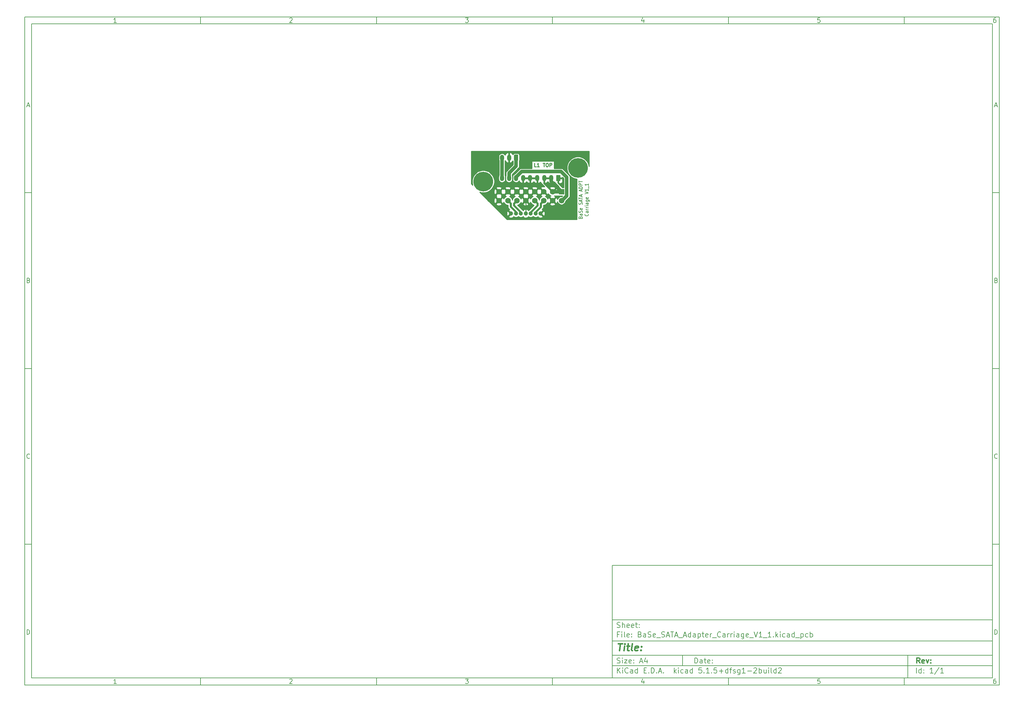
<source format=gbr>
G04 #@! TF.GenerationSoftware,KiCad,Pcbnew,5.1.5+dfsg1-2build2*
G04 #@! TF.CreationDate,2020-07-02T19:51:55+02:00*
G04 #@! TF.ProjectId,BaSe_SATA_Adapter_Carriage_V1_1,42615365-5f53-4415-9441-5f4164617074,rev?*
G04 #@! TF.SameCoordinates,Original*
G04 #@! TF.FileFunction,Copper,L1,Top*
G04 #@! TF.FilePolarity,Positive*
%FSLAX46Y46*%
G04 Gerber Fmt 4.6, Leading zero omitted, Abs format (unit mm)*
G04 Created by KiCad (PCBNEW 5.1.5+dfsg1-2build2) date 2020-07-02 19:51:55*
%MOMM*%
%LPD*%
G04 APERTURE LIST*
%ADD10C,0.100000*%
%ADD11C,0.150000*%
%ADD12C,0.300000*%
%ADD13C,0.400000*%
%ADD14C,0.200000*%
%ADD15C,0.250000*%
%ADD16O,1.200000X1.750000*%
%ADD17R,1.600000X1.600000*%
%ADD18C,1.600000*%
%ADD19C,1.200000*%
%ADD20C,5.600000*%
%ADD21C,0.600000*%
%ADD22C,1.000000*%
%ADD23C,0.254000*%
G04 APERTURE END LIST*
D10*
D11*
X177002200Y-166007200D02*
X177002200Y-198007200D01*
X285002200Y-198007200D01*
X285002200Y-166007200D01*
X177002200Y-166007200D01*
D10*
D11*
X10000000Y-10000000D02*
X10000000Y-200007200D01*
X287002200Y-200007200D01*
X287002200Y-10000000D01*
X10000000Y-10000000D01*
D10*
D11*
X12000000Y-12000000D02*
X12000000Y-198007200D01*
X285002200Y-198007200D01*
X285002200Y-12000000D01*
X12000000Y-12000000D01*
D10*
D11*
X60000000Y-12000000D02*
X60000000Y-10000000D01*
D10*
D11*
X110000000Y-12000000D02*
X110000000Y-10000000D01*
D10*
D11*
X160000000Y-12000000D02*
X160000000Y-10000000D01*
D10*
D11*
X210000000Y-12000000D02*
X210000000Y-10000000D01*
D10*
D11*
X260000000Y-12000000D02*
X260000000Y-10000000D01*
D10*
D11*
X36065476Y-11588095D02*
X35322619Y-11588095D01*
X35694047Y-11588095D02*
X35694047Y-10288095D01*
X35570238Y-10473809D01*
X35446428Y-10597619D01*
X35322619Y-10659523D01*
D10*
D11*
X85322619Y-10411904D02*
X85384523Y-10350000D01*
X85508333Y-10288095D01*
X85817857Y-10288095D01*
X85941666Y-10350000D01*
X86003571Y-10411904D01*
X86065476Y-10535714D01*
X86065476Y-10659523D01*
X86003571Y-10845238D01*
X85260714Y-11588095D01*
X86065476Y-11588095D01*
D10*
D11*
X135260714Y-10288095D02*
X136065476Y-10288095D01*
X135632142Y-10783333D01*
X135817857Y-10783333D01*
X135941666Y-10845238D01*
X136003571Y-10907142D01*
X136065476Y-11030952D01*
X136065476Y-11340476D01*
X136003571Y-11464285D01*
X135941666Y-11526190D01*
X135817857Y-11588095D01*
X135446428Y-11588095D01*
X135322619Y-11526190D01*
X135260714Y-11464285D01*
D10*
D11*
X185941666Y-10721428D02*
X185941666Y-11588095D01*
X185632142Y-10226190D02*
X185322619Y-11154761D01*
X186127380Y-11154761D01*
D10*
D11*
X236003571Y-10288095D02*
X235384523Y-10288095D01*
X235322619Y-10907142D01*
X235384523Y-10845238D01*
X235508333Y-10783333D01*
X235817857Y-10783333D01*
X235941666Y-10845238D01*
X236003571Y-10907142D01*
X236065476Y-11030952D01*
X236065476Y-11340476D01*
X236003571Y-11464285D01*
X235941666Y-11526190D01*
X235817857Y-11588095D01*
X235508333Y-11588095D01*
X235384523Y-11526190D01*
X235322619Y-11464285D01*
D10*
D11*
X285941666Y-10288095D02*
X285694047Y-10288095D01*
X285570238Y-10350000D01*
X285508333Y-10411904D01*
X285384523Y-10597619D01*
X285322619Y-10845238D01*
X285322619Y-11340476D01*
X285384523Y-11464285D01*
X285446428Y-11526190D01*
X285570238Y-11588095D01*
X285817857Y-11588095D01*
X285941666Y-11526190D01*
X286003571Y-11464285D01*
X286065476Y-11340476D01*
X286065476Y-11030952D01*
X286003571Y-10907142D01*
X285941666Y-10845238D01*
X285817857Y-10783333D01*
X285570238Y-10783333D01*
X285446428Y-10845238D01*
X285384523Y-10907142D01*
X285322619Y-11030952D01*
D10*
D11*
X60000000Y-198007200D02*
X60000000Y-200007200D01*
D10*
D11*
X110000000Y-198007200D02*
X110000000Y-200007200D01*
D10*
D11*
X160000000Y-198007200D02*
X160000000Y-200007200D01*
D10*
D11*
X210000000Y-198007200D02*
X210000000Y-200007200D01*
D10*
D11*
X260000000Y-198007200D02*
X260000000Y-200007200D01*
D10*
D11*
X36065476Y-199595295D02*
X35322619Y-199595295D01*
X35694047Y-199595295D02*
X35694047Y-198295295D01*
X35570238Y-198481009D01*
X35446428Y-198604819D01*
X35322619Y-198666723D01*
D10*
D11*
X85322619Y-198419104D02*
X85384523Y-198357200D01*
X85508333Y-198295295D01*
X85817857Y-198295295D01*
X85941666Y-198357200D01*
X86003571Y-198419104D01*
X86065476Y-198542914D01*
X86065476Y-198666723D01*
X86003571Y-198852438D01*
X85260714Y-199595295D01*
X86065476Y-199595295D01*
D10*
D11*
X135260714Y-198295295D02*
X136065476Y-198295295D01*
X135632142Y-198790533D01*
X135817857Y-198790533D01*
X135941666Y-198852438D01*
X136003571Y-198914342D01*
X136065476Y-199038152D01*
X136065476Y-199347676D01*
X136003571Y-199471485D01*
X135941666Y-199533390D01*
X135817857Y-199595295D01*
X135446428Y-199595295D01*
X135322619Y-199533390D01*
X135260714Y-199471485D01*
D10*
D11*
X185941666Y-198728628D02*
X185941666Y-199595295D01*
X185632142Y-198233390D02*
X185322619Y-199161961D01*
X186127380Y-199161961D01*
D10*
D11*
X236003571Y-198295295D02*
X235384523Y-198295295D01*
X235322619Y-198914342D01*
X235384523Y-198852438D01*
X235508333Y-198790533D01*
X235817857Y-198790533D01*
X235941666Y-198852438D01*
X236003571Y-198914342D01*
X236065476Y-199038152D01*
X236065476Y-199347676D01*
X236003571Y-199471485D01*
X235941666Y-199533390D01*
X235817857Y-199595295D01*
X235508333Y-199595295D01*
X235384523Y-199533390D01*
X235322619Y-199471485D01*
D10*
D11*
X285941666Y-198295295D02*
X285694047Y-198295295D01*
X285570238Y-198357200D01*
X285508333Y-198419104D01*
X285384523Y-198604819D01*
X285322619Y-198852438D01*
X285322619Y-199347676D01*
X285384523Y-199471485D01*
X285446428Y-199533390D01*
X285570238Y-199595295D01*
X285817857Y-199595295D01*
X285941666Y-199533390D01*
X286003571Y-199471485D01*
X286065476Y-199347676D01*
X286065476Y-199038152D01*
X286003571Y-198914342D01*
X285941666Y-198852438D01*
X285817857Y-198790533D01*
X285570238Y-198790533D01*
X285446428Y-198852438D01*
X285384523Y-198914342D01*
X285322619Y-199038152D01*
D10*
D11*
X10000000Y-60000000D02*
X12000000Y-60000000D01*
D10*
D11*
X10000000Y-110000000D02*
X12000000Y-110000000D01*
D10*
D11*
X10000000Y-160000000D02*
X12000000Y-160000000D01*
D10*
D11*
X10690476Y-35216666D02*
X11309523Y-35216666D01*
X10566666Y-35588095D02*
X11000000Y-34288095D01*
X11433333Y-35588095D01*
D10*
D11*
X11092857Y-84907142D02*
X11278571Y-84969047D01*
X11340476Y-85030952D01*
X11402380Y-85154761D01*
X11402380Y-85340476D01*
X11340476Y-85464285D01*
X11278571Y-85526190D01*
X11154761Y-85588095D01*
X10659523Y-85588095D01*
X10659523Y-84288095D01*
X11092857Y-84288095D01*
X11216666Y-84350000D01*
X11278571Y-84411904D01*
X11340476Y-84535714D01*
X11340476Y-84659523D01*
X11278571Y-84783333D01*
X11216666Y-84845238D01*
X11092857Y-84907142D01*
X10659523Y-84907142D01*
D10*
D11*
X11402380Y-135464285D02*
X11340476Y-135526190D01*
X11154761Y-135588095D01*
X11030952Y-135588095D01*
X10845238Y-135526190D01*
X10721428Y-135402380D01*
X10659523Y-135278571D01*
X10597619Y-135030952D01*
X10597619Y-134845238D01*
X10659523Y-134597619D01*
X10721428Y-134473809D01*
X10845238Y-134350000D01*
X11030952Y-134288095D01*
X11154761Y-134288095D01*
X11340476Y-134350000D01*
X11402380Y-134411904D01*
D10*
D11*
X10659523Y-185588095D02*
X10659523Y-184288095D01*
X10969047Y-184288095D01*
X11154761Y-184350000D01*
X11278571Y-184473809D01*
X11340476Y-184597619D01*
X11402380Y-184845238D01*
X11402380Y-185030952D01*
X11340476Y-185278571D01*
X11278571Y-185402380D01*
X11154761Y-185526190D01*
X10969047Y-185588095D01*
X10659523Y-185588095D01*
D10*
D11*
X287002200Y-60000000D02*
X285002200Y-60000000D01*
D10*
D11*
X287002200Y-110000000D02*
X285002200Y-110000000D01*
D10*
D11*
X287002200Y-160000000D02*
X285002200Y-160000000D01*
D10*
D11*
X285692676Y-35216666D02*
X286311723Y-35216666D01*
X285568866Y-35588095D02*
X286002200Y-34288095D01*
X286435533Y-35588095D01*
D10*
D11*
X286095057Y-84907142D02*
X286280771Y-84969047D01*
X286342676Y-85030952D01*
X286404580Y-85154761D01*
X286404580Y-85340476D01*
X286342676Y-85464285D01*
X286280771Y-85526190D01*
X286156961Y-85588095D01*
X285661723Y-85588095D01*
X285661723Y-84288095D01*
X286095057Y-84288095D01*
X286218866Y-84350000D01*
X286280771Y-84411904D01*
X286342676Y-84535714D01*
X286342676Y-84659523D01*
X286280771Y-84783333D01*
X286218866Y-84845238D01*
X286095057Y-84907142D01*
X285661723Y-84907142D01*
D10*
D11*
X286404580Y-135464285D02*
X286342676Y-135526190D01*
X286156961Y-135588095D01*
X286033152Y-135588095D01*
X285847438Y-135526190D01*
X285723628Y-135402380D01*
X285661723Y-135278571D01*
X285599819Y-135030952D01*
X285599819Y-134845238D01*
X285661723Y-134597619D01*
X285723628Y-134473809D01*
X285847438Y-134350000D01*
X286033152Y-134288095D01*
X286156961Y-134288095D01*
X286342676Y-134350000D01*
X286404580Y-134411904D01*
D10*
D11*
X285661723Y-185588095D02*
X285661723Y-184288095D01*
X285971247Y-184288095D01*
X286156961Y-184350000D01*
X286280771Y-184473809D01*
X286342676Y-184597619D01*
X286404580Y-184845238D01*
X286404580Y-185030952D01*
X286342676Y-185278571D01*
X286280771Y-185402380D01*
X286156961Y-185526190D01*
X285971247Y-185588095D01*
X285661723Y-185588095D01*
D10*
D11*
X200434342Y-193785771D02*
X200434342Y-192285771D01*
X200791485Y-192285771D01*
X201005771Y-192357200D01*
X201148628Y-192500057D01*
X201220057Y-192642914D01*
X201291485Y-192928628D01*
X201291485Y-193142914D01*
X201220057Y-193428628D01*
X201148628Y-193571485D01*
X201005771Y-193714342D01*
X200791485Y-193785771D01*
X200434342Y-193785771D01*
X202577200Y-193785771D02*
X202577200Y-193000057D01*
X202505771Y-192857200D01*
X202362914Y-192785771D01*
X202077200Y-192785771D01*
X201934342Y-192857200D01*
X202577200Y-193714342D02*
X202434342Y-193785771D01*
X202077200Y-193785771D01*
X201934342Y-193714342D01*
X201862914Y-193571485D01*
X201862914Y-193428628D01*
X201934342Y-193285771D01*
X202077200Y-193214342D01*
X202434342Y-193214342D01*
X202577200Y-193142914D01*
X203077200Y-192785771D02*
X203648628Y-192785771D01*
X203291485Y-192285771D02*
X203291485Y-193571485D01*
X203362914Y-193714342D01*
X203505771Y-193785771D01*
X203648628Y-193785771D01*
X204720057Y-193714342D02*
X204577200Y-193785771D01*
X204291485Y-193785771D01*
X204148628Y-193714342D01*
X204077200Y-193571485D01*
X204077200Y-193000057D01*
X204148628Y-192857200D01*
X204291485Y-192785771D01*
X204577200Y-192785771D01*
X204720057Y-192857200D01*
X204791485Y-193000057D01*
X204791485Y-193142914D01*
X204077200Y-193285771D01*
X205434342Y-193642914D02*
X205505771Y-193714342D01*
X205434342Y-193785771D01*
X205362914Y-193714342D01*
X205434342Y-193642914D01*
X205434342Y-193785771D01*
X205434342Y-192857200D02*
X205505771Y-192928628D01*
X205434342Y-193000057D01*
X205362914Y-192928628D01*
X205434342Y-192857200D01*
X205434342Y-193000057D01*
D10*
D11*
X177002200Y-194507200D02*
X285002200Y-194507200D01*
D10*
D11*
X178434342Y-196585771D02*
X178434342Y-195085771D01*
X179291485Y-196585771D02*
X178648628Y-195728628D01*
X179291485Y-195085771D02*
X178434342Y-195942914D01*
X179934342Y-196585771D02*
X179934342Y-195585771D01*
X179934342Y-195085771D02*
X179862914Y-195157200D01*
X179934342Y-195228628D01*
X180005771Y-195157200D01*
X179934342Y-195085771D01*
X179934342Y-195228628D01*
X181505771Y-196442914D02*
X181434342Y-196514342D01*
X181220057Y-196585771D01*
X181077200Y-196585771D01*
X180862914Y-196514342D01*
X180720057Y-196371485D01*
X180648628Y-196228628D01*
X180577200Y-195942914D01*
X180577200Y-195728628D01*
X180648628Y-195442914D01*
X180720057Y-195300057D01*
X180862914Y-195157200D01*
X181077200Y-195085771D01*
X181220057Y-195085771D01*
X181434342Y-195157200D01*
X181505771Y-195228628D01*
X182791485Y-196585771D02*
X182791485Y-195800057D01*
X182720057Y-195657200D01*
X182577200Y-195585771D01*
X182291485Y-195585771D01*
X182148628Y-195657200D01*
X182791485Y-196514342D02*
X182648628Y-196585771D01*
X182291485Y-196585771D01*
X182148628Y-196514342D01*
X182077200Y-196371485D01*
X182077200Y-196228628D01*
X182148628Y-196085771D01*
X182291485Y-196014342D01*
X182648628Y-196014342D01*
X182791485Y-195942914D01*
X184148628Y-196585771D02*
X184148628Y-195085771D01*
X184148628Y-196514342D02*
X184005771Y-196585771D01*
X183720057Y-196585771D01*
X183577200Y-196514342D01*
X183505771Y-196442914D01*
X183434342Y-196300057D01*
X183434342Y-195871485D01*
X183505771Y-195728628D01*
X183577200Y-195657200D01*
X183720057Y-195585771D01*
X184005771Y-195585771D01*
X184148628Y-195657200D01*
X186005771Y-195800057D02*
X186505771Y-195800057D01*
X186720057Y-196585771D02*
X186005771Y-196585771D01*
X186005771Y-195085771D01*
X186720057Y-195085771D01*
X187362914Y-196442914D02*
X187434342Y-196514342D01*
X187362914Y-196585771D01*
X187291485Y-196514342D01*
X187362914Y-196442914D01*
X187362914Y-196585771D01*
X188077200Y-196585771D02*
X188077200Y-195085771D01*
X188434342Y-195085771D01*
X188648628Y-195157200D01*
X188791485Y-195300057D01*
X188862914Y-195442914D01*
X188934342Y-195728628D01*
X188934342Y-195942914D01*
X188862914Y-196228628D01*
X188791485Y-196371485D01*
X188648628Y-196514342D01*
X188434342Y-196585771D01*
X188077200Y-196585771D01*
X189577200Y-196442914D02*
X189648628Y-196514342D01*
X189577200Y-196585771D01*
X189505771Y-196514342D01*
X189577200Y-196442914D01*
X189577200Y-196585771D01*
X190220057Y-196157200D02*
X190934342Y-196157200D01*
X190077200Y-196585771D02*
X190577200Y-195085771D01*
X191077200Y-196585771D01*
X191577200Y-196442914D02*
X191648628Y-196514342D01*
X191577200Y-196585771D01*
X191505771Y-196514342D01*
X191577200Y-196442914D01*
X191577200Y-196585771D01*
X194577200Y-196585771D02*
X194577200Y-195085771D01*
X194720057Y-196014342D02*
X195148628Y-196585771D01*
X195148628Y-195585771D02*
X194577200Y-196157200D01*
X195791485Y-196585771D02*
X195791485Y-195585771D01*
X195791485Y-195085771D02*
X195720057Y-195157200D01*
X195791485Y-195228628D01*
X195862914Y-195157200D01*
X195791485Y-195085771D01*
X195791485Y-195228628D01*
X197148628Y-196514342D02*
X197005771Y-196585771D01*
X196720057Y-196585771D01*
X196577200Y-196514342D01*
X196505771Y-196442914D01*
X196434342Y-196300057D01*
X196434342Y-195871485D01*
X196505771Y-195728628D01*
X196577200Y-195657200D01*
X196720057Y-195585771D01*
X197005771Y-195585771D01*
X197148628Y-195657200D01*
X198434342Y-196585771D02*
X198434342Y-195800057D01*
X198362914Y-195657200D01*
X198220057Y-195585771D01*
X197934342Y-195585771D01*
X197791485Y-195657200D01*
X198434342Y-196514342D02*
X198291485Y-196585771D01*
X197934342Y-196585771D01*
X197791485Y-196514342D01*
X197720057Y-196371485D01*
X197720057Y-196228628D01*
X197791485Y-196085771D01*
X197934342Y-196014342D01*
X198291485Y-196014342D01*
X198434342Y-195942914D01*
X199791485Y-196585771D02*
X199791485Y-195085771D01*
X199791485Y-196514342D02*
X199648628Y-196585771D01*
X199362914Y-196585771D01*
X199220057Y-196514342D01*
X199148628Y-196442914D01*
X199077200Y-196300057D01*
X199077200Y-195871485D01*
X199148628Y-195728628D01*
X199220057Y-195657200D01*
X199362914Y-195585771D01*
X199648628Y-195585771D01*
X199791485Y-195657200D01*
X202362914Y-195085771D02*
X201648628Y-195085771D01*
X201577200Y-195800057D01*
X201648628Y-195728628D01*
X201791485Y-195657200D01*
X202148628Y-195657200D01*
X202291485Y-195728628D01*
X202362914Y-195800057D01*
X202434342Y-195942914D01*
X202434342Y-196300057D01*
X202362914Y-196442914D01*
X202291485Y-196514342D01*
X202148628Y-196585771D01*
X201791485Y-196585771D01*
X201648628Y-196514342D01*
X201577200Y-196442914D01*
X203077200Y-196442914D02*
X203148628Y-196514342D01*
X203077200Y-196585771D01*
X203005771Y-196514342D01*
X203077200Y-196442914D01*
X203077200Y-196585771D01*
X204577200Y-196585771D02*
X203720057Y-196585771D01*
X204148628Y-196585771D02*
X204148628Y-195085771D01*
X204005771Y-195300057D01*
X203862914Y-195442914D01*
X203720057Y-195514342D01*
X205220057Y-196442914D02*
X205291485Y-196514342D01*
X205220057Y-196585771D01*
X205148628Y-196514342D01*
X205220057Y-196442914D01*
X205220057Y-196585771D01*
X206648628Y-195085771D02*
X205934342Y-195085771D01*
X205862914Y-195800057D01*
X205934342Y-195728628D01*
X206077200Y-195657200D01*
X206434342Y-195657200D01*
X206577200Y-195728628D01*
X206648628Y-195800057D01*
X206720057Y-195942914D01*
X206720057Y-196300057D01*
X206648628Y-196442914D01*
X206577200Y-196514342D01*
X206434342Y-196585771D01*
X206077200Y-196585771D01*
X205934342Y-196514342D01*
X205862914Y-196442914D01*
X207362914Y-196014342D02*
X208505771Y-196014342D01*
X207934342Y-196585771D02*
X207934342Y-195442914D01*
X209862914Y-196585771D02*
X209862914Y-195085771D01*
X209862914Y-196514342D02*
X209720057Y-196585771D01*
X209434342Y-196585771D01*
X209291485Y-196514342D01*
X209220057Y-196442914D01*
X209148628Y-196300057D01*
X209148628Y-195871485D01*
X209220057Y-195728628D01*
X209291485Y-195657200D01*
X209434342Y-195585771D01*
X209720057Y-195585771D01*
X209862914Y-195657200D01*
X210362914Y-195585771D02*
X210934342Y-195585771D01*
X210577200Y-196585771D02*
X210577200Y-195300057D01*
X210648628Y-195157200D01*
X210791485Y-195085771D01*
X210934342Y-195085771D01*
X211362914Y-196514342D02*
X211505771Y-196585771D01*
X211791485Y-196585771D01*
X211934342Y-196514342D01*
X212005771Y-196371485D01*
X212005771Y-196300057D01*
X211934342Y-196157200D01*
X211791485Y-196085771D01*
X211577200Y-196085771D01*
X211434342Y-196014342D01*
X211362914Y-195871485D01*
X211362914Y-195800057D01*
X211434342Y-195657200D01*
X211577200Y-195585771D01*
X211791485Y-195585771D01*
X211934342Y-195657200D01*
X213291485Y-195585771D02*
X213291485Y-196800057D01*
X213220057Y-196942914D01*
X213148628Y-197014342D01*
X213005771Y-197085771D01*
X212791485Y-197085771D01*
X212648628Y-197014342D01*
X213291485Y-196514342D02*
X213148628Y-196585771D01*
X212862914Y-196585771D01*
X212720057Y-196514342D01*
X212648628Y-196442914D01*
X212577200Y-196300057D01*
X212577200Y-195871485D01*
X212648628Y-195728628D01*
X212720057Y-195657200D01*
X212862914Y-195585771D01*
X213148628Y-195585771D01*
X213291485Y-195657200D01*
X214791485Y-196585771D02*
X213934342Y-196585771D01*
X214362914Y-196585771D02*
X214362914Y-195085771D01*
X214220057Y-195300057D01*
X214077200Y-195442914D01*
X213934342Y-195514342D01*
X215434342Y-196014342D02*
X216577200Y-196014342D01*
X217220057Y-195228628D02*
X217291485Y-195157200D01*
X217434342Y-195085771D01*
X217791485Y-195085771D01*
X217934342Y-195157200D01*
X218005771Y-195228628D01*
X218077200Y-195371485D01*
X218077200Y-195514342D01*
X218005771Y-195728628D01*
X217148628Y-196585771D01*
X218077200Y-196585771D01*
X218720057Y-196585771D02*
X218720057Y-195085771D01*
X218720057Y-195657200D02*
X218862914Y-195585771D01*
X219148628Y-195585771D01*
X219291485Y-195657200D01*
X219362914Y-195728628D01*
X219434342Y-195871485D01*
X219434342Y-196300057D01*
X219362914Y-196442914D01*
X219291485Y-196514342D01*
X219148628Y-196585771D01*
X218862914Y-196585771D01*
X218720057Y-196514342D01*
X220720057Y-195585771D02*
X220720057Y-196585771D01*
X220077200Y-195585771D02*
X220077200Y-196371485D01*
X220148628Y-196514342D01*
X220291485Y-196585771D01*
X220505771Y-196585771D01*
X220648628Y-196514342D01*
X220720057Y-196442914D01*
X221434342Y-196585771D02*
X221434342Y-195585771D01*
X221434342Y-195085771D02*
X221362914Y-195157200D01*
X221434342Y-195228628D01*
X221505771Y-195157200D01*
X221434342Y-195085771D01*
X221434342Y-195228628D01*
X222362914Y-196585771D02*
X222220057Y-196514342D01*
X222148628Y-196371485D01*
X222148628Y-195085771D01*
X223577200Y-196585771D02*
X223577200Y-195085771D01*
X223577200Y-196514342D02*
X223434342Y-196585771D01*
X223148628Y-196585771D01*
X223005771Y-196514342D01*
X222934342Y-196442914D01*
X222862914Y-196300057D01*
X222862914Y-195871485D01*
X222934342Y-195728628D01*
X223005771Y-195657200D01*
X223148628Y-195585771D01*
X223434342Y-195585771D01*
X223577200Y-195657200D01*
X224220057Y-195228628D02*
X224291485Y-195157200D01*
X224434342Y-195085771D01*
X224791485Y-195085771D01*
X224934342Y-195157200D01*
X225005771Y-195228628D01*
X225077200Y-195371485D01*
X225077200Y-195514342D01*
X225005771Y-195728628D01*
X224148628Y-196585771D01*
X225077200Y-196585771D01*
D10*
D11*
X177002200Y-191507200D02*
X285002200Y-191507200D01*
D10*
D12*
X264411485Y-193785771D02*
X263911485Y-193071485D01*
X263554342Y-193785771D02*
X263554342Y-192285771D01*
X264125771Y-192285771D01*
X264268628Y-192357200D01*
X264340057Y-192428628D01*
X264411485Y-192571485D01*
X264411485Y-192785771D01*
X264340057Y-192928628D01*
X264268628Y-193000057D01*
X264125771Y-193071485D01*
X263554342Y-193071485D01*
X265625771Y-193714342D02*
X265482914Y-193785771D01*
X265197200Y-193785771D01*
X265054342Y-193714342D01*
X264982914Y-193571485D01*
X264982914Y-193000057D01*
X265054342Y-192857200D01*
X265197200Y-192785771D01*
X265482914Y-192785771D01*
X265625771Y-192857200D01*
X265697200Y-193000057D01*
X265697200Y-193142914D01*
X264982914Y-193285771D01*
X266197200Y-192785771D02*
X266554342Y-193785771D01*
X266911485Y-192785771D01*
X267482914Y-193642914D02*
X267554342Y-193714342D01*
X267482914Y-193785771D01*
X267411485Y-193714342D01*
X267482914Y-193642914D01*
X267482914Y-193785771D01*
X267482914Y-192857200D02*
X267554342Y-192928628D01*
X267482914Y-193000057D01*
X267411485Y-192928628D01*
X267482914Y-192857200D01*
X267482914Y-193000057D01*
D10*
D11*
X178362914Y-193714342D02*
X178577200Y-193785771D01*
X178934342Y-193785771D01*
X179077200Y-193714342D01*
X179148628Y-193642914D01*
X179220057Y-193500057D01*
X179220057Y-193357200D01*
X179148628Y-193214342D01*
X179077200Y-193142914D01*
X178934342Y-193071485D01*
X178648628Y-193000057D01*
X178505771Y-192928628D01*
X178434342Y-192857200D01*
X178362914Y-192714342D01*
X178362914Y-192571485D01*
X178434342Y-192428628D01*
X178505771Y-192357200D01*
X178648628Y-192285771D01*
X179005771Y-192285771D01*
X179220057Y-192357200D01*
X179862914Y-193785771D02*
X179862914Y-192785771D01*
X179862914Y-192285771D02*
X179791485Y-192357200D01*
X179862914Y-192428628D01*
X179934342Y-192357200D01*
X179862914Y-192285771D01*
X179862914Y-192428628D01*
X180434342Y-192785771D02*
X181220057Y-192785771D01*
X180434342Y-193785771D01*
X181220057Y-193785771D01*
X182362914Y-193714342D02*
X182220057Y-193785771D01*
X181934342Y-193785771D01*
X181791485Y-193714342D01*
X181720057Y-193571485D01*
X181720057Y-193000057D01*
X181791485Y-192857200D01*
X181934342Y-192785771D01*
X182220057Y-192785771D01*
X182362914Y-192857200D01*
X182434342Y-193000057D01*
X182434342Y-193142914D01*
X181720057Y-193285771D01*
X183077200Y-193642914D02*
X183148628Y-193714342D01*
X183077200Y-193785771D01*
X183005771Y-193714342D01*
X183077200Y-193642914D01*
X183077200Y-193785771D01*
X183077200Y-192857200D02*
X183148628Y-192928628D01*
X183077200Y-193000057D01*
X183005771Y-192928628D01*
X183077200Y-192857200D01*
X183077200Y-193000057D01*
X184862914Y-193357200D02*
X185577200Y-193357200D01*
X184720057Y-193785771D02*
X185220057Y-192285771D01*
X185720057Y-193785771D01*
X186862914Y-192785771D02*
X186862914Y-193785771D01*
X186505771Y-192214342D02*
X186148628Y-193285771D01*
X187077200Y-193285771D01*
D10*
D11*
X263434342Y-196585771D02*
X263434342Y-195085771D01*
X264791485Y-196585771D02*
X264791485Y-195085771D01*
X264791485Y-196514342D02*
X264648628Y-196585771D01*
X264362914Y-196585771D01*
X264220057Y-196514342D01*
X264148628Y-196442914D01*
X264077200Y-196300057D01*
X264077200Y-195871485D01*
X264148628Y-195728628D01*
X264220057Y-195657200D01*
X264362914Y-195585771D01*
X264648628Y-195585771D01*
X264791485Y-195657200D01*
X265505771Y-196442914D02*
X265577200Y-196514342D01*
X265505771Y-196585771D01*
X265434342Y-196514342D01*
X265505771Y-196442914D01*
X265505771Y-196585771D01*
X265505771Y-195657200D02*
X265577200Y-195728628D01*
X265505771Y-195800057D01*
X265434342Y-195728628D01*
X265505771Y-195657200D01*
X265505771Y-195800057D01*
X268148628Y-196585771D02*
X267291485Y-196585771D01*
X267720057Y-196585771D02*
X267720057Y-195085771D01*
X267577200Y-195300057D01*
X267434342Y-195442914D01*
X267291485Y-195514342D01*
X269862914Y-195014342D02*
X268577200Y-196942914D01*
X271148628Y-196585771D02*
X270291485Y-196585771D01*
X270720057Y-196585771D02*
X270720057Y-195085771D01*
X270577200Y-195300057D01*
X270434342Y-195442914D01*
X270291485Y-195514342D01*
D10*
D11*
X177002200Y-187507200D02*
X285002200Y-187507200D01*
D10*
D13*
X178714580Y-188211961D02*
X179857438Y-188211961D01*
X179036009Y-190211961D02*
X179286009Y-188211961D01*
X180274104Y-190211961D02*
X180440771Y-188878628D01*
X180524104Y-188211961D02*
X180416961Y-188307200D01*
X180500295Y-188402438D01*
X180607438Y-188307200D01*
X180524104Y-188211961D01*
X180500295Y-188402438D01*
X181107438Y-188878628D02*
X181869342Y-188878628D01*
X181476485Y-188211961D02*
X181262200Y-189926247D01*
X181333628Y-190116723D01*
X181512200Y-190211961D01*
X181702676Y-190211961D01*
X182655057Y-190211961D02*
X182476485Y-190116723D01*
X182405057Y-189926247D01*
X182619342Y-188211961D01*
X184190771Y-190116723D02*
X183988390Y-190211961D01*
X183607438Y-190211961D01*
X183428866Y-190116723D01*
X183357438Y-189926247D01*
X183452676Y-189164342D01*
X183571723Y-188973866D01*
X183774104Y-188878628D01*
X184155057Y-188878628D01*
X184333628Y-188973866D01*
X184405057Y-189164342D01*
X184381247Y-189354819D01*
X183405057Y-189545295D01*
X185155057Y-190021485D02*
X185238390Y-190116723D01*
X185131247Y-190211961D01*
X185047914Y-190116723D01*
X185155057Y-190021485D01*
X185131247Y-190211961D01*
X185286009Y-188973866D02*
X185369342Y-189069104D01*
X185262200Y-189164342D01*
X185178866Y-189069104D01*
X185286009Y-188973866D01*
X185262200Y-189164342D01*
D10*
D11*
X178934342Y-185600057D02*
X178434342Y-185600057D01*
X178434342Y-186385771D02*
X178434342Y-184885771D01*
X179148628Y-184885771D01*
X179720057Y-186385771D02*
X179720057Y-185385771D01*
X179720057Y-184885771D02*
X179648628Y-184957200D01*
X179720057Y-185028628D01*
X179791485Y-184957200D01*
X179720057Y-184885771D01*
X179720057Y-185028628D01*
X180648628Y-186385771D02*
X180505771Y-186314342D01*
X180434342Y-186171485D01*
X180434342Y-184885771D01*
X181791485Y-186314342D02*
X181648628Y-186385771D01*
X181362914Y-186385771D01*
X181220057Y-186314342D01*
X181148628Y-186171485D01*
X181148628Y-185600057D01*
X181220057Y-185457200D01*
X181362914Y-185385771D01*
X181648628Y-185385771D01*
X181791485Y-185457200D01*
X181862914Y-185600057D01*
X181862914Y-185742914D01*
X181148628Y-185885771D01*
X182505771Y-186242914D02*
X182577200Y-186314342D01*
X182505771Y-186385771D01*
X182434342Y-186314342D01*
X182505771Y-186242914D01*
X182505771Y-186385771D01*
X182505771Y-185457200D02*
X182577200Y-185528628D01*
X182505771Y-185600057D01*
X182434342Y-185528628D01*
X182505771Y-185457200D01*
X182505771Y-185600057D01*
X184862914Y-185600057D02*
X185077200Y-185671485D01*
X185148628Y-185742914D01*
X185220057Y-185885771D01*
X185220057Y-186100057D01*
X185148628Y-186242914D01*
X185077200Y-186314342D01*
X184934342Y-186385771D01*
X184362914Y-186385771D01*
X184362914Y-184885771D01*
X184862914Y-184885771D01*
X185005771Y-184957200D01*
X185077200Y-185028628D01*
X185148628Y-185171485D01*
X185148628Y-185314342D01*
X185077200Y-185457200D01*
X185005771Y-185528628D01*
X184862914Y-185600057D01*
X184362914Y-185600057D01*
X186505771Y-186385771D02*
X186505771Y-185600057D01*
X186434342Y-185457200D01*
X186291485Y-185385771D01*
X186005771Y-185385771D01*
X185862914Y-185457200D01*
X186505771Y-186314342D02*
X186362914Y-186385771D01*
X186005771Y-186385771D01*
X185862914Y-186314342D01*
X185791485Y-186171485D01*
X185791485Y-186028628D01*
X185862914Y-185885771D01*
X186005771Y-185814342D01*
X186362914Y-185814342D01*
X186505771Y-185742914D01*
X187148628Y-186314342D02*
X187362914Y-186385771D01*
X187720057Y-186385771D01*
X187862914Y-186314342D01*
X187934342Y-186242914D01*
X188005771Y-186100057D01*
X188005771Y-185957200D01*
X187934342Y-185814342D01*
X187862914Y-185742914D01*
X187720057Y-185671485D01*
X187434342Y-185600057D01*
X187291485Y-185528628D01*
X187220057Y-185457200D01*
X187148628Y-185314342D01*
X187148628Y-185171485D01*
X187220057Y-185028628D01*
X187291485Y-184957200D01*
X187434342Y-184885771D01*
X187791485Y-184885771D01*
X188005771Y-184957200D01*
X189220057Y-186314342D02*
X189077200Y-186385771D01*
X188791485Y-186385771D01*
X188648628Y-186314342D01*
X188577200Y-186171485D01*
X188577200Y-185600057D01*
X188648628Y-185457200D01*
X188791485Y-185385771D01*
X189077200Y-185385771D01*
X189220057Y-185457200D01*
X189291485Y-185600057D01*
X189291485Y-185742914D01*
X188577200Y-185885771D01*
X189577200Y-186528628D02*
X190720057Y-186528628D01*
X191005771Y-186314342D02*
X191220057Y-186385771D01*
X191577200Y-186385771D01*
X191720057Y-186314342D01*
X191791485Y-186242914D01*
X191862914Y-186100057D01*
X191862914Y-185957200D01*
X191791485Y-185814342D01*
X191720057Y-185742914D01*
X191577200Y-185671485D01*
X191291485Y-185600057D01*
X191148628Y-185528628D01*
X191077200Y-185457200D01*
X191005771Y-185314342D01*
X191005771Y-185171485D01*
X191077200Y-185028628D01*
X191148628Y-184957200D01*
X191291485Y-184885771D01*
X191648628Y-184885771D01*
X191862914Y-184957200D01*
X192434342Y-185957200D02*
X193148628Y-185957200D01*
X192291485Y-186385771D02*
X192791485Y-184885771D01*
X193291485Y-186385771D01*
X193577200Y-184885771D02*
X194434342Y-184885771D01*
X194005771Y-186385771D02*
X194005771Y-184885771D01*
X194862914Y-185957200D02*
X195577200Y-185957200D01*
X194720057Y-186385771D02*
X195220057Y-184885771D01*
X195720057Y-186385771D01*
X195862914Y-186528628D02*
X197005771Y-186528628D01*
X197291485Y-185957200D02*
X198005771Y-185957200D01*
X197148628Y-186385771D02*
X197648628Y-184885771D01*
X198148628Y-186385771D01*
X199291485Y-186385771D02*
X199291485Y-184885771D01*
X199291485Y-186314342D02*
X199148628Y-186385771D01*
X198862914Y-186385771D01*
X198720057Y-186314342D01*
X198648628Y-186242914D01*
X198577200Y-186100057D01*
X198577200Y-185671485D01*
X198648628Y-185528628D01*
X198720057Y-185457200D01*
X198862914Y-185385771D01*
X199148628Y-185385771D01*
X199291485Y-185457200D01*
X200648628Y-186385771D02*
X200648628Y-185600057D01*
X200577200Y-185457200D01*
X200434342Y-185385771D01*
X200148628Y-185385771D01*
X200005771Y-185457200D01*
X200648628Y-186314342D02*
X200505771Y-186385771D01*
X200148628Y-186385771D01*
X200005771Y-186314342D01*
X199934342Y-186171485D01*
X199934342Y-186028628D01*
X200005771Y-185885771D01*
X200148628Y-185814342D01*
X200505771Y-185814342D01*
X200648628Y-185742914D01*
X201362914Y-185385771D02*
X201362914Y-186885771D01*
X201362914Y-185457200D02*
X201505771Y-185385771D01*
X201791485Y-185385771D01*
X201934342Y-185457200D01*
X202005771Y-185528628D01*
X202077200Y-185671485D01*
X202077200Y-186100057D01*
X202005771Y-186242914D01*
X201934342Y-186314342D01*
X201791485Y-186385771D01*
X201505771Y-186385771D01*
X201362914Y-186314342D01*
X202505771Y-185385771D02*
X203077200Y-185385771D01*
X202720057Y-184885771D02*
X202720057Y-186171485D01*
X202791485Y-186314342D01*
X202934342Y-186385771D01*
X203077200Y-186385771D01*
X204148628Y-186314342D02*
X204005771Y-186385771D01*
X203720057Y-186385771D01*
X203577200Y-186314342D01*
X203505771Y-186171485D01*
X203505771Y-185600057D01*
X203577200Y-185457200D01*
X203720057Y-185385771D01*
X204005771Y-185385771D01*
X204148628Y-185457200D01*
X204220057Y-185600057D01*
X204220057Y-185742914D01*
X203505771Y-185885771D01*
X204862914Y-186385771D02*
X204862914Y-185385771D01*
X204862914Y-185671485D02*
X204934342Y-185528628D01*
X205005771Y-185457200D01*
X205148628Y-185385771D01*
X205291485Y-185385771D01*
X205434342Y-186528628D02*
X206577200Y-186528628D01*
X207791485Y-186242914D02*
X207720057Y-186314342D01*
X207505771Y-186385771D01*
X207362914Y-186385771D01*
X207148628Y-186314342D01*
X207005771Y-186171485D01*
X206934342Y-186028628D01*
X206862914Y-185742914D01*
X206862914Y-185528628D01*
X206934342Y-185242914D01*
X207005771Y-185100057D01*
X207148628Y-184957200D01*
X207362914Y-184885771D01*
X207505771Y-184885771D01*
X207720057Y-184957200D01*
X207791485Y-185028628D01*
X209077200Y-186385771D02*
X209077200Y-185600057D01*
X209005771Y-185457200D01*
X208862914Y-185385771D01*
X208577200Y-185385771D01*
X208434342Y-185457200D01*
X209077200Y-186314342D02*
X208934342Y-186385771D01*
X208577200Y-186385771D01*
X208434342Y-186314342D01*
X208362914Y-186171485D01*
X208362914Y-186028628D01*
X208434342Y-185885771D01*
X208577200Y-185814342D01*
X208934342Y-185814342D01*
X209077200Y-185742914D01*
X209791485Y-186385771D02*
X209791485Y-185385771D01*
X209791485Y-185671485D02*
X209862914Y-185528628D01*
X209934342Y-185457200D01*
X210077200Y-185385771D01*
X210220057Y-185385771D01*
X210720057Y-186385771D02*
X210720057Y-185385771D01*
X210720057Y-185671485D02*
X210791485Y-185528628D01*
X210862914Y-185457200D01*
X211005771Y-185385771D01*
X211148628Y-185385771D01*
X211648628Y-186385771D02*
X211648628Y-185385771D01*
X211648628Y-184885771D02*
X211577200Y-184957200D01*
X211648628Y-185028628D01*
X211720057Y-184957200D01*
X211648628Y-184885771D01*
X211648628Y-185028628D01*
X213005771Y-186385771D02*
X213005771Y-185600057D01*
X212934342Y-185457200D01*
X212791485Y-185385771D01*
X212505771Y-185385771D01*
X212362914Y-185457200D01*
X213005771Y-186314342D02*
X212862914Y-186385771D01*
X212505771Y-186385771D01*
X212362914Y-186314342D01*
X212291485Y-186171485D01*
X212291485Y-186028628D01*
X212362914Y-185885771D01*
X212505771Y-185814342D01*
X212862914Y-185814342D01*
X213005771Y-185742914D01*
X214362914Y-185385771D02*
X214362914Y-186600057D01*
X214291485Y-186742914D01*
X214220057Y-186814342D01*
X214077200Y-186885771D01*
X213862914Y-186885771D01*
X213720057Y-186814342D01*
X214362914Y-186314342D02*
X214220057Y-186385771D01*
X213934342Y-186385771D01*
X213791485Y-186314342D01*
X213720057Y-186242914D01*
X213648628Y-186100057D01*
X213648628Y-185671485D01*
X213720057Y-185528628D01*
X213791485Y-185457200D01*
X213934342Y-185385771D01*
X214220057Y-185385771D01*
X214362914Y-185457200D01*
X215648628Y-186314342D02*
X215505771Y-186385771D01*
X215220057Y-186385771D01*
X215077200Y-186314342D01*
X215005771Y-186171485D01*
X215005771Y-185600057D01*
X215077200Y-185457200D01*
X215220057Y-185385771D01*
X215505771Y-185385771D01*
X215648628Y-185457200D01*
X215720057Y-185600057D01*
X215720057Y-185742914D01*
X215005771Y-185885771D01*
X216005771Y-186528628D02*
X217148628Y-186528628D01*
X217291485Y-184885771D02*
X217791485Y-186385771D01*
X218291485Y-184885771D01*
X219577200Y-186385771D02*
X218720057Y-186385771D01*
X219148628Y-186385771D02*
X219148628Y-184885771D01*
X219005771Y-185100057D01*
X218862914Y-185242914D01*
X218720057Y-185314342D01*
X219862914Y-186528628D02*
X221005771Y-186528628D01*
X222148628Y-186385771D02*
X221291485Y-186385771D01*
X221720057Y-186385771D02*
X221720057Y-184885771D01*
X221577200Y-185100057D01*
X221434342Y-185242914D01*
X221291485Y-185314342D01*
X222791485Y-186242914D02*
X222862914Y-186314342D01*
X222791485Y-186385771D01*
X222720057Y-186314342D01*
X222791485Y-186242914D01*
X222791485Y-186385771D01*
X223505771Y-186385771D02*
X223505771Y-184885771D01*
X223648628Y-185814342D02*
X224077200Y-186385771D01*
X224077200Y-185385771D02*
X223505771Y-185957200D01*
X224720057Y-186385771D02*
X224720057Y-185385771D01*
X224720057Y-184885771D02*
X224648628Y-184957200D01*
X224720057Y-185028628D01*
X224791485Y-184957200D01*
X224720057Y-184885771D01*
X224720057Y-185028628D01*
X226077200Y-186314342D02*
X225934342Y-186385771D01*
X225648628Y-186385771D01*
X225505771Y-186314342D01*
X225434342Y-186242914D01*
X225362914Y-186100057D01*
X225362914Y-185671485D01*
X225434342Y-185528628D01*
X225505771Y-185457200D01*
X225648628Y-185385771D01*
X225934342Y-185385771D01*
X226077200Y-185457200D01*
X227362914Y-186385771D02*
X227362914Y-185600057D01*
X227291485Y-185457200D01*
X227148628Y-185385771D01*
X226862914Y-185385771D01*
X226720057Y-185457200D01*
X227362914Y-186314342D02*
X227220057Y-186385771D01*
X226862914Y-186385771D01*
X226720057Y-186314342D01*
X226648628Y-186171485D01*
X226648628Y-186028628D01*
X226720057Y-185885771D01*
X226862914Y-185814342D01*
X227220057Y-185814342D01*
X227362914Y-185742914D01*
X228720057Y-186385771D02*
X228720057Y-184885771D01*
X228720057Y-186314342D02*
X228577200Y-186385771D01*
X228291485Y-186385771D01*
X228148628Y-186314342D01*
X228077200Y-186242914D01*
X228005771Y-186100057D01*
X228005771Y-185671485D01*
X228077200Y-185528628D01*
X228148628Y-185457200D01*
X228291485Y-185385771D01*
X228577200Y-185385771D01*
X228720057Y-185457200D01*
X229077200Y-186528628D02*
X230220057Y-186528628D01*
X230577200Y-185385771D02*
X230577200Y-186885771D01*
X230577200Y-185457200D02*
X230720057Y-185385771D01*
X231005771Y-185385771D01*
X231148628Y-185457200D01*
X231220057Y-185528628D01*
X231291485Y-185671485D01*
X231291485Y-186100057D01*
X231220057Y-186242914D01*
X231148628Y-186314342D01*
X231005771Y-186385771D01*
X230720057Y-186385771D01*
X230577200Y-186314342D01*
X232577200Y-186314342D02*
X232434342Y-186385771D01*
X232148628Y-186385771D01*
X232005771Y-186314342D01*
X231934342Y-186242914D01*
X231862914Y-186100057D01*
X231862914Y-185671485D01*
X231934342Y-185528628D01*
X232005771Y-185457200D01*
X232148628Y-185385771D01*
X232434342Y-185385771D01*
X232577200Y-185457200D01*
X233220057Y-186385771D02*
X233220057Y-184885771D01*
X233220057Y-185457200D02*
X233362914Y-185385771D01*
X233648628Y-185385771D01*
X233791485Y-185457200D01*
X233862914Y-185528628D01*
X233934342Y-185671485D01*
X233934342Y-186100057D01*
X233862914Y-186242914D01*
X233791485Y-186314342D01*
X233648628Y-186385771D01*
X233362914Y-186385771D01*
X233220057Y-186314342D01*
D10*
D11*
X177002200Y-181507200D02*
X285002200Y-181507200D01*
D10*
D11*
X178362914Y-183614342D02*
X178577200Y-183685771D01*
X178934342Y-183685771D01*
X179077200Y-183614342D01*
X179148628Y-183542914D01*
X179220057Y-183400057D01*
X179220057Y-183257200D01*
X179148628Y-183114342D01*
X179077200Y-183042914D01*
X178934342Y-182971485D01*
X178648628Y-182900057D01*
X178505771Y-182828628D01*
X178434342Y-182757200D01*
X178362914Y-182614342D01*
X178362914Y-182471485D01*
X178434342Y-182328628D01*
X178505771Y-182257200D01*
X178648628Y-182185771D01*
X179005771Y-182185771D01*
X179220057Y-182257200D01*
X179862914Y-183685771D02*
X179862914Y-182185771D01*
X180505771Y-183685771D02*
X180505771Y-182900057D01*
X180434342Y-182757200D01*
X180291485Y-182685771D01*
X180077200Y-182685771D01*
X179934342Y-182757200D01*
X179862914Y-182828628D01*
X181791485Y-183614342D02*
X181648628Y-183685771D01*
X181362914Y-183685771D01*
X181220057Y-183614342D01*
X181148628Y-183471485D01*
X181148628Y-182900057D01*
X181220057Y-182757200D01*
X181362914Y-182685771D01*
X181648628Y-182685771D01*
X181791485Y-182757200D01*
X181862914Y-182900057D01*
X181862914Y-183042914D01*
X181148628Y-183185771D01*
X183077200Y-183614342D02*
X182934342Y-183685771D01*
X182648628Y-183685771D01*
X182505771Y-183614342D01*
X182434342Y-183471485D01*
X182434342Y-182900057D01*
X182505771Y-182757200D01*
X182648628Y-182685771D01*
X182934342Y-182685771D01*
X183077200Y-182757200D01*
X183148628Y-182900057D01*
X183148628Y-183042914D01*
X182434342Y-183185771D01*
X183577200Y-182685771D02*
X184148628Y-182685771D01*
X183791485Y-182185771D02*
X183791485Y-183471485D01*
X183862914Y-183614342D01*
X184005771Y-183685771D01*
X184148628Y-183685771D01*
X184648628Y-183542914D02*
X184720057Y-183614342D01*
X184648628Y-183685771D01*
X184577200Y-183614342D01*
X184648628Y-183542914D01*
X184648628Y-183685771D01*
X184648628Y-182757200D02*
X184720057Y-182828628D01*
X184648628Y-182900057D01*
X184577200Y-182828628D01*
X184648628Y-182757200D01*
X184648628Y-182900057D01*
D10*
D11*
X197002200Y-191507200D02*
X197002200Y-194507200D01*
D10*
D11*
X261002200Y-191507200D02*
X261002200Y-198007200D01*
D14*
X167988571Y-67034285D02*
X168036190Y-66905714D01*
X168083809Y-66862857D01*
X168179047Y-66820000D01*
X168321904Y-66820000D01*
X168417142Y-66862857D01*
X168464761Y-66905714D01*
X168512380Y-66991428D01*
X168512380Y-67334285D01*
X167512380Y-67334285D01*
X167512380Y-67034285D01*
X167560000Y-66948571D01*
X167607619Y-66905714D01*
X167702857Y-66862857D01*
X167798095Y-66862857D01*
X167893333Y-66905714D01*
X167940952Y-66948571D01*
X167988571Y-67034285D01*
X167988571Y-67334285D01*
X168512380Y-66048571D02*
X167988571Y-66048571D01*
X167893333Y-66091428D01*
X167845714Y-66177142D01*
X167845714Y-66348571D01*
X167893333Y-66434285D01*
X168464761Y-66048571D02*
X168512380Y-66134285D01*
X168512380Y-66348571D01*
X168464761Y-66434285D01*
X168369523Y-66477142D01*
X168274285Y-66477142D01*
X168179047Y-66434285D01*
X168131428Y-66348571D01*
X168131428Y-66134285D01*
X168083809Y-66048571D01*
X168464761Y-65662857D02*
X168512380Y-65534285D01*
X168512380Y-65320000D01*
X168464761Y-65234285D01*
X168417142Y-65191428D01*
X168321904Y-65148571D01*
X168226666Y-65148571D01*
X168131428Y-65191428D01*
X168083809Y-65234285D01*
X168036190Y-65320000D01*
X167988571Y-65491428D01*
X167940952Y-65577142D01*
X167893333Y-65620000D01*
X167798095Y-65662857D01*
X167702857Y-65662857D01*
X167607619Y-65620000D01*
X167560000Y-65577142D01*
X167512380Y-65491428D01*
X167512380Y-65277142D01*
X167560000Y-65148571D01*
X168464761Y-64420000D02*
X168512380Y-64505714D01*
X168512380Y-64677142D01*
X168464761Y-64762857D01*
X168369523Y-64805714D01*
X167988571Y-64805714D01*
X167893333Y-64762857D01*
X167845714Y-64677142D01*
X167845714Y-64505714D01*
X167893333Y-64420000D01*
X167988571Y-64377142D01*
X168083809Y-64377142D01*
X168179047Y-64805714D01*
X168464761Y-63348571D02*
X168512380Y-63220000D01*
X168512380Y-63005714D01*
X168464761Y-62920000D01*
X168417142Y-62877142D01*
X168321904Y-62834285D01*
X168226666Y-62834285D01*
X168131428Y-62877142D01*
X168083809Y-62920000D01*
X168036190Y-63005714D01*
X167988571Y-63177142D01*
X167940952Y-63262857D01*
X167893333Y-63305714D01*
X167798095Y-63348571D01*
X167702857Y-63348571D01*
X167607619Y-63305714D01*
X167560000Y-63262857D01*
X167512380Y-63177142D01*
X167512380Y-62962857D01*
X167560000Y-62834285D01*
X168226666Y-62491428D02*
X168226666Y-62062857D01*
X168512380Y-62577142D02*
X167512380Y-62277142D01*
X168512380Y-61977142D01*
X167512380Y-61805714D02*
X167512380Y-61291428D01*
X168512380Y-61548571D02*
X167512380Y-61548571D01*
X168226666Y-61034285D02*
X168226666Y-60605714D01*
X168512380Y-61120000D02*
X167512380Y-60820000D01*
X168512380Y-60520000D01*
X168226666Y-59577142D02*
X168226666Y-59148571D01*
X168512380Y-59662857D02*
X167512380Y-59362857D01*
X168512380Y-59062857D01*
X168512380Y-58762857D02*
X167512380Y-58762857D01*
X167512380Y-58548571D01*
X167560000Y-58420000D01*
X167655238Y-58334285D01*
X167750476Y-58291428D01*
X167940952Y-58248571D01*
X168083809Y-58248571D01*
X168274285Y-58291428D01*
X168369523Y-58334285D01*
X168464761Y-58420000D01*
X168512380Y-58548571D01*
X168512380Y-58762857D01*
X168512380Y-57862857D02*
X167512380Y-57862857D01*
X167512380Y-57520000D01*
X167560000Y-57434285D01*
X167607619Y-57391428D01*
X167702857Y-57348571D01*
X167845714Y-57348571D01*
X167940952Y-57391428D01*
X167988571Y-57434285D01*
X168036190Y-57520000D01*
X168036190Y-57862857D01*
X167512380Y-57091428D02*
X167512380Y-56577142D01*
X168512380Y-56834285D02*
X167512380Y-56834285D01*
X170117142Y-66048571D02*
X170164761Y-66091428D01*
X170212380Y-66220000D01*
X170212380Y-66305714D01*
X170164761Y-66434285D01*
X170069523Y-66520000D01*
X169974285Y-66562857D01*
X169783809Y-66605714D01*
X169640952Y-66605714D01*
X169450476Y-66562857D01*
X169355238Y-66520000D01*
X169260000Y-66434285D01*
X169212380Y-66305714D01*
X169212380Y-66220000D01*
X169260000Y-66091428D01*
X169307619Y-66048571D01*
X170212380Y-65277142D02*
X169688571Y-65277142D01*
X169593333Y-65320000D01*
X169545714Y-65405714D01*
X169545714Y-65577142D01*
X169593333Y-65662857D01*
X170164761Y-65277142D02*
X170212380Y-65362857D01*
X170212380Y-65577142D01*
X170164761Y-65662857D01*
X170069523Y-65705714D01*
X169974285Y-65705714D01*
X169879047Y-65662857D01*
X169831428Y-65577142D01*
X169831428Y-65362857D01*
X169783809Y-65277142D01*
X170212380Y-64848571D02*
X169545714Y-64848571D01*
X169736190Y-64848571D02*
X169640952Y-64805714D01*
X169593333Y-64762857D01*
X169545714Y-64677142D01*
X169545714Y-64591428D01*
X170212380Y-64291428D02*
X169545714Y-64291428D01*
X169736190Y-64291428D02*
X169640952Y-64248571D01*
X169593333Y-64205714D01*
X169545714Y-64120000D01*
X169545714Y-64034285D01*
X170212380Y-63734285D02*
X169545714Y-63734285D01*
X169212380Y-63734285D02*
X169260000Y-63777142D01*
X169307619Y-63734285D01*
X169260000Y-63691428D01*
X169212380Y-63734285D01*
X169307619Y-63734285D01*
X170212380Y-62920000D02*
X169688571Y-62920000D01*
X169593333Y-62962857D01*
X169545714Y-63048571D01*
X169545714Y-63220000D01*
X169593333Y-63305714D01*
X170164761Y-62920000D02*
X170212380Y-63005714D01*
X170212380Y-63220000D01*
X170164761Y-63305714D01*
X170069523Y-63348571D01*
X169974285Y-63348571D01*
X169879047Y-63305714D01*
X169831428Y-63220000D01*
X169831428Y-63005714D01*
X169783809Y-62920000D01*
X169545714Y-62105714D02*
X170355238Y-62105714D01*
X170450476Y-62148571D01*
X170498095Y-62191428D01*
X170545714Y-62277142D01*
X170545714Y-62405714D01*
X170498095Y-62491428D01*
X170164761Y-62105714D02*
X170212380Y-62191428D01*
X170212380Y-62362857D01*
X170164761Y-62448571D01*
X170117142Y-62491428D01*
X170021904Y-62534285D01*
X169736190Y-62534285D01*
X169640952Y-62491428D01*
X169593333Y-62448571D01*
X169545714Y-62362857D01*
X169545714Y-62191428D01*
X169593333Y-62105714D01*
X170164761Y-61334285D02*
X170212380Y-61420000D01*
X170212380Y-61591428D01*
X170164761Y-61677142D01*
X170069523Y-61720000D01*
X169688571Y-61720000D01*
X169593333Y-61677142D01*
X169545714Y-61591428D01*
X169545714Y-61420000D01*
X169593333Y-61334285D01*
X169688571Y-61291428D01*
X169783809Y-61291428D01*
X169879047Y-61720000D01*
X169212380Y-60348571D02*
X170212380Y-60048571D01*
X169212380Y-59748571D01*
X170212380Y-58977142D02*
X170212380Y-59491428D01*
X170212380Y-59234285D02*
X169212380Y-59234285D01*
X169355238Y-59320000D01*
X169450476Y-59405714D01*
X169498095Y-59491428D01*
X170307619Y-58805714D02*
X170307619Y-58120000D01*
X170212380Y-57434285D02*
X170212380Y-57948571D01*
X170212380Y-57691428D02*
X169212380Y-57691428D01*
X169355238Y-57777142D01*
X169450476Y-57862857D01*
X169498095Y-57948571D01*
D15*
X155367619Y-52592380D02*
X154891428Y-52592380D01*
X154891428Y-51592380D01*
X156224761Y-52592380D02*
X155653333Y-52592380D01*
X155939047Y-52592380D02*
X155939047Y-51592380D01*
X155843809Y-51735238D01*
X155748571Y-51830476D01*
X155653333Y-51878095D01*
X157272380Y-51592380D02*
X157843809Y-51592380D01*
X157558095Y-52592380D02*
X157558095Y-51592380D01*
X158367619Y-51592380D02*
X158558095Y-51592380D01*
X158653333Y-51640000D01*
X158748571Y-51735238D01*
X158796190Y-51925714D01*
X158796190Y-52259047D01*
X158748571Y-52449523D01*
X158653333Y-52544761D01*
X158558095Y-52592380D01*
X158367619Y-52592380D01*
X158272380Y-52544761D01*
X158177142Y-52449523D01*
X158129523Y-52259047D01*
X158129523Y-51925714D01*
X158177142Y-51735238D01*
X158272380Y-51640000D01*
X158367619Y-51592380D01*
X159224761Y-52592380D02*
X159224761Y-51592380D01*
X159605714Y-51592380D01*
X159700952Y-51640000D01*
X159748571Y-51687619D01*
X159796190Y-51782857D01*
X159796190Y-51925714D01*
X159748571Y-52020952D01*
X159700952Y-52068571D01*
X159605714Y-52116190D01*
X159224761Y-52116190D01*
D16*
X145670000Y-50030000D03*
X147670000Y-50030000D03*
G04 #@! TA.AperFunction,ComponentPad*
D10*
G36*
X150044505Y-49156204D02*
G01*
X150068773Y-49159804D01*
X150092572Y-49165765D01*
X150115671Y-49174030D01*
X150137850Y-49184520D01*
X150158893Y-49197132D01*
X150178599Y-49211747D01*
X150196777Y-49228223D01*
X150213253Y-49246401D01*
X150227868Y-49266107D01*
X150240480Y-49287150D01*
X150250970Y-49309329D01*
X150259235Y-49332428D01*
X150265196Y-49356227D01*
X150268796Y-49380495D01*
X150270000Y-49404999D01*
X150270000Y-50655001D01*
X150268796Y-50679505D01*
X150265196Y-50703773D01*
X150259235Y-50727572D01*
X150250970Y-50750671D01*
X150240480Y-50772850D01*
X150227868Y-50793893D01*
X150213253Y-50813599D01*
X150196777Y-50831777D01*
X150178599Y-50848253D01*
X150158893Y-50862868D01*
X150137850Y-50875480D01*
X150115671Y-50885970D01*
X150092572Y-50894235D01*
X150068773Y-50900196D01*
X150044505Y-50903796D01*
X150020001Y-50905000D01*
X149319999Y-50905000D01*
X149295495Y-50903796D01*
X149271227Y-50900196D01*
X149247428Y-50894235D01*
X149224329Y-50885970D01*
X149202150Y-50875480D01*
X149181107Y-50862868D01*
X149161401Y-50848253D01*
X149143223Y-50831777D01*
X149126747Y-50813599D01*
X149112132Y-50793893D01*
X149099520Y-50772850D01*
X149089030Y-50750671D01*
X149080765Y-50727572D01*
X149074804Y-50703773D01*
X149071204Y-50679505D01*
X149070000Y-50655001D01*
X149070000Y-49404999D01*
X149071204Y-49380495D01*
X149074804Y-49356227D01*
X149080765Y-49332428D01*
X149089030Y-49309329D01*
X149099520Y-49287150D01*
X149112132Y-49266107D01*
X149126747Y-49246401D01*
X149143223Y-49228223D01*
X149161401Y-49211747D01*
X149181107Y-49197132D01*
X149202150Y-49184520D01*
X149224329Y-49174030D01*
X149247428Y-49165765D01*
X149271227Y-49159804D01*
X149295495Y-49156204D01*
X149319999Y-49155000D01*
X150020001Y-49155000D01*
X150044505Y-49156204D01*
G37*
G04 #@! TD.AperFunction*
D16*
X145650000Y-55830000D03*
X147650000Y-55830000D03*
X149650000Y-55830000D03*
X151650000Y-55830000D03*
X153650000Y-55830000D03*
X155650000Y-55830000D03*
X157650000Y-55830000D03*
X159650000Y-55830000D03*
G04 #@! TA.AperFunction,ComponentPad*
D10*
G36*
X162024505Y-54956204D02*
G01*
X162048773Y-54959804D01*
X162072572Y-54965765D01*
X162095671Y-54974030D01*
X162117850Y-54984520D01*
X162138893Y-54997132D01*
X162158599Y-55011747D01*
X162176777Y-55028223D01*
X162193253Y-55046401D01*
X162207868Y-55066107D01*
X162220480Y-55087150D01*
X162230970Y-55109329D01*
X162239235Y-55132428D01*
X162245196Y-55156227D01*
X162248796Y-55180495D01*
X162250000Y-55204999D01*
X162250000Y-56455001D01*
X162248796Y-56479505D01*
X162245196Y-56503773D01*
X162239235Y-56527572D01*
X162230970Y-56550671D01*
X162220480Y-56572850D01*
X162207868Y-56593893D01*
X162193253Y-56613599D01*
X162176777Y-56631777D01*
X162158599Y-56648253D01*
X162138893Y-56662868D01*
X162117850Y-56675480D01*
X162095671Y-56685970D01*
X162072572Y-56694235D01*
X162048773Y-56700196D01*
X162024505Y-56703796D01*
X162000001Y-56705000D01*
X161299999Y-56705000D01*
X161275495Y-56703796D01*
X161251227Y-56700196D01*
X161227428Y-56694235D01*
X161204329Y-56685970D01*
X161182150Y-56675480D01*
X161161107Y-56662868D01*
X161141401Y-56648253D01*
X161123223Y-56631777D01*
X161106747Y-56613599D01*
X161092132Y-56593893D01*
X161079520Y-56572850D01*
X161069030Y-56550671D01*
X161060765Y-56527572D01*
X161054804Y-56503773D01*
X161051204Y-56479505D01*
X161050000Y-56455001D01*
X161050000Y-55204999D01*
X161051204Y-55180495D01*
X161054804Y-55156227D01*
X161060765Y-55132428D01*
X161069030Y-55109329D01*
X161079520Y-55087150D01*
X161092132Y-55066107D01*
X161106747Y-55046401D01*
X161123223Y-55028223D01*
X161141401Y-55011747D01*
X161161107Y-54997132D01*
X161182150Y-54984520D01*
X161204329Y-54974030D01*
X161227428Y-54965765D01*
X161251227Y-54959804D01*
X161275495Y-54956204D01*
X161299999Y-54955000D01*
X162000001Y-54955000D01*
X162024505Y-54956204D01*
G37*
G04 #@! TD.AperFunction*
D17*
X162560000Y-59690000D03*
D18*
X162560000Y-62230000D03*
X160020000Y-59690000D03*
X160020000Y-62230000D03*
X157480000Y-59690000D03*
X157480000Y-62230000D03*
X154940000Y-59690000D03*
X154940000Y-62230000D03*
X152400000Y-59690000D03*
X152400000Y-62230000D03*
X149860000Y-59690000D03*
X149860000Y-62230000D03*
X147320000Y-59690000D03*
X147320000Y-62230000D03*
X144780000Y-59690000D03*
X144780000Y-62230000D03*
D19*
X148210000Y-65920000D03*
X149610000Y-65920000D03*
X151010000Y-65920000D03*
X156610000Y-65920000D03*
X155210000Y-65920000D03*
X153810000Y-65920000D03*
X152410000Y-65920000D03*
D20*
X167261540Y-52928520D03*
X140335000Y-56815000D03*
D19*
X146360000Y-64370000D03*
X158470000Y-64320000D03*
X153420000Y-64020000D03*
X151250000Y-64000000D03*
X152280000Y-50010000D03*
X154580000Y-50010000D03*
X157100000Y-50050000D03*
X159710000Y-50090000D03*
X162210000Y-50110000D03*
X138570000Y-49830000D03*
X141260000Y-49830000D03*
X138470000Y-52450000D03*
X141230000Y-52370000D03*
X165340000Y-65710000D03*
X163100000Y-65750000D03*
X160590000Y-65710000D03*
D21*
X149610000Y-65863503D02*
X149610000Y-65920000D01*
X149610000Y-65469998D02*
X149610000Y-65863503D01*
X148115000Y-63974998D02*
X149610000Y-65469998D01*
X148115000Y-63025000D02*
X148115000Y-63974998D01*
X147320000Y-62230000D02*
X148115000Y-63025000D01*
X150860001Y-65770001D02*
X151010000Y-65920000D01*
X149065000Y-63025000D02*
X149065000Y-63581508D01*
X149860000Y-62230000D02*
X149065000Y-63025000D01*
X150860001Y-65376509D02*
X150860001Y-65770001D01*
X149065000Y-63581508D02*
X150860001Y-65376509D01*
X155210000Y-65863503D02*
X155210000Y-65920000D01*
X156685000Y-63025000D02*
X156685000Y-63994998D01*
X155210000Y-65469998D02*
X155210000Y-65863503D01*
X156685000Y-63994998D02*
X155210000Y-65469998D01*
X157480000Y-62230000D02*
X156685000Y-63025000D01*
X153959999Y-65376509D02*
X153959999Y-65770001D01*
X153959999Y-65770001D02*
X153810000Y-65920000D01*
X155735000Y-63601508D02*
X153959999Y-65376509D01*
X155735000Y-63025000D02*
X155735000Y-63601508D01*
X154940000Y-62230000D02*
X155735000Y-63025000D01*
D15*
X152400000Y-65910000D02*
X152410000Y-65920000D01*
X152400000Y-62230000D02*
X152400000Y-65910000D01*
D22*
X160020000Y-59690000D02*
X162560000Y-59690000D01*
X159650000Y-56780000D02*
X159650000Y-55830000D01*
X162560000Y-59690000D02*
X159650000Y-56780000D01*
X149650000Y-55555000D02*
X149650000Y-55830000D01*
X151250000Y-53955000D02*
X149650000Y-55555000D01*
X162445000Y-53955000D02*
X151250000Y-53955000D01*
X164060001Y-55570001D02*
X162445000Y-53955000D01*
X164060001Y-60869999D02*
X164060001Y-55570001D01*
X162700000Y-62230000D02*
X164060001Y-60869999D01*
X162560000Y-62230000D02*
X162700000Y-62230000D01*
X145670000Y-55810000D02*
X145650000Y-55830000D01*
X145670000Y-50030000D02*
X145670000Y-55810000D01*
X149670000Y-52400000D02*
X149670000Y-50030000D01*
X147650000Y-55830000D02*
X147650000Y-54420000D01*
X147650000Y-54420000D02*
X149670000Y-52400000D01*
D23*
G36*
X170413001Y-52487218D02*
G01*
X170316450Y-52001823D01*
X170076961Y-51423646D01*
X169729277Y-50903301D01*
X169286759Y-50460783D01*
X168766414Y-50113099D01*
X168188237Y-49873610D01*
X167574447Y-49751520D01*
X166948633Y-49751520D01*
X166334843Y-49873610D01*
X165756666Y-50113099D01*
X165236321Y-50460783D01*
X164793803Y-50903301D01*
X164446119Y-51423646D01*
X164206630Y-52001823D01*
X164084540Y-52615613D01*
X164084540Y-53241427D01*
X164206630Y-53855217D01*
X164446119Y-54433394D01*
X164793803Y-54953739D01*
X165236321Y-55396257D01*
X165756666Y-55743941D01*
X166334843Y-55983430D01*
X166883000Y-56092465D01*
X166883000Y-67618000D01*
X147106514Y-67618000D01*
X145486952Y-65998438D01*
X146971505Y-65998438D01*
X147010605Y-66238549D01*
X147095798Y-66466418D01*
X147136652Y-66542852D01*
X147360236Y-66590159D01*
X148030395Y-65920000D01*
X147360236Y-65249841D01*
X147136652Y-65297148D01*
X147035763Y-65518516D01*
X146980000Y-65755313D01*
X146971505Y-65998438D01*
X145486952Y-65998438D01*
X142711216Y-63222702D01*
X143966903Y-63222702D01*
X144038486Y-63466671D01*
X144293996Y-63587571D01*
X144568184Y-63656300D01*
X144850512Y-63670217D01*
X145130130Y-63628787D01*
X145396292Y-63533603D01*
X145521514Y-63466671D01*
X145593097Y-63222702D01*
X144780000Y-62409605D01*
X143966903Y-63222702D01*
X142711216Y-63222702D01*
X141789026Y-62300512D01*
X143339783Y-62300512D01*
X143381213Y-62580130D01*
X143476397Y-62846292D01*
X143543329Y-62971514D01*
X143787298Y-63043097D01*
X144600395Y-62230000D01*
X144959605Y-62230000D01*
X145772702Y-63043097D01*
X146016671Y-62971514D01*
X146137571Y-62716004D01*
X146138145Y-62713713D01*
X146188337Y-62834886D01*
X146328089Y-63044040D01*
X146505960Y-63221911D01*
X146715114Y-63361663D01*
X146947513Y-63457926D01*
X147194226Y-63507000D01*
X147338001Y-63507000D01*
X147338001Y-63936825D01*
X147334241Y-63974998D01*
X147346942Y-64103942D01*
X147349244Y-64127317D01*
X147355311Y-64147317D01*
X147393673Y-64273781D01*
X147465823Y-64408764D01*
X147538591Y-64497432D01*
X147562921Y-64527078D01*
X147592565Y-64551406D01*
X147797055Y-64755897D01*
X147663582Y-64805798D01*
X147587148Y-64846652D01*
X147539841Y-65070236D01*
X148210000Y-65740395D01*
X148224143Y-65726253D01*
X148403748Y-65905858D01*
X148389605Y-65920000D01*
X148403748Y-65934143D01*
X148224143Y-66113748D01*
X148210000Y-66099605D01*
X147539841Y-66769764D01*
X147587148Y-66993348D01*
X147808516Y-67094237D01*
X148045313Y-67150000D01*
X148288438Y-67158495D01*
X148528549Y-67119395D01*
X148756418Y-67034202D01*
X148832852Y-66993348D01*
X148880158Y-66769766D01*
X148997264Y-66886872D01*
X149045815Y-66838321D01*
X149099849Y-66874425D01*
X149295851Y-66955611D01*
X149503925Y-66997000D01*
X149716075Y-66997000D01*
X149924149Y-66955611D01*
X150120151Y-66874425D01*
X150296547Y-66756560D01*
X150310000Y-66743107D01*
X150323453Y-66756560D01*
X150499849Y-66874425D01*
X150695851Y-66955611D01*
X150903925Y-66997000D01*
X151116075Y-66997000D01*
X151324149Y-66955611D01*
X151520151Y-66874425D01*
X151574185Y-66838321D01*
X151622736Y-66886872D01*
X151739842Y-66769766D01*
X151787148Y-66993348D01*
X152008516Y-67094237D01*
X152245313Y-67150000D01*
X152488438Y-67158495D01*
X152728549Y-67119395D01*
X152956418Y-67034202D01*
X153032852Y-66993348D01*
X153080158Y-66769766D01*
X153197264Y-66886872D01*
X153245815Y-66838321D01*
X153299849Y-66874425D01*
X153495851Y-66955611D01*
X153703925Y-66997000D01*
X153916075Y-66997000D01*
X154124149Y-66955611D01*
X154320151Y-66874425D01*
X154496547Y-66756560D01*
X154510000Y-66743107D01*
X154523453Y-66756560D01*
X154699849Y-66874425D01*
X154895851Y-66955611D01*
X155103925Y-66997000D01*
X155316075Y-66997000D01*
X155524149Y-66955611D01*
X155720151Y-66874425D01*
X155774185Y-66838321D01*
X155822736Y-66886872D01*
X155939842Y-66769766D01*
X155987148Y-66993348D01*
X156208516Y-67094237D01*
X156445313Y-67150000D01*
X156688438Y-67158495D01*
X156928549Y-67119395D01*
X157156418Y-67034202D01*
X157232852Y-66993348D01*
X157280159Y-66769764D01*
X156610000Y-66099605D01*
X156595858Y-66113748D01*
X156416253Y-65934143D01*
X156430395Y-65920000D01*
X156789605Y-65920000D01*
X157459764Y-66590159D01*
X157683348Y-66542852D01*
X157784237Y-66321484D01*
X157840000Y-66084687D01*
X157848495Y-65841562D01*
X157809395Y-65601451D01*
X157724202Y-65373582D01*
X157683348Y-65297148D01*
X157459764Y-65249841D01*
X156789605Y-65920000D01*
X156430395Y-65920000D01*
X156416253Y-65905858D01*
X156595858Y-65726253D01*
X156610000Y-65740395D01*
X157280159Y-65070236D01*
X157232852Y-64846652D01*
X157026318Y-64752524D01*
X157207436Y-64571406D01*
X157237080Y-64547078D01*
X157277823Y-64497432D01*
X157334177Y-64428765D01*
X157406327Y-64293782D01*
X157425467Y-64230685D01*
X157450757Y-64147317D01*
X157462000Y-64033164D01*
X157462000Y-64033162D01*
X157465759Y-63994999D01*
X157462000Y-63956835D01*
X157462000Y-63507000D01*
X157605774Y-63507000D01*
X157852487Y-63457926D01*
X158084886Y-63361663D01*
X158292856Y-63222702D01*
X159206903Y-63222702D01*
X159278486Y-63466671D01*
X159533996Y-63587571D01*
X159808184Y-63656300D01*
X160090512Y-63670217D01*
X160370130Y-63628787D01*
X160636292Y-63533603D01*
X160761514Y-63466671D01*
X160833097Y-63222702D01*
X160020000Y-62409605D01*
X159206903Y-63222702D01*
X158292856Y-63222702D01*
X158294040Y-63221911D01*
X158471911Y-63044040D01*
X158611663Y-62834886D01*
X158665681Y-62704475D01*
X158716397Y-62846292D01*
X158783329Y-62971514D01*
X159027298Y-63043097D01*
X159840395Y-62230000D01*
X159027298Y-61416903D01*
X158783329Y-61488486D01*
X158662429Y-61743996D01*
X158661855Y-61746287D01*
X158611663Y-61625114D01*
X158471911Y-61415960D01*
X158294040Y-61238089D01*
X158084886Y-61098337D01*
X157954475Y-61044319D01*
X158096292Y-60993603D01*
X158221514Y-60926671D01*
X158293097Y-60682702D01*
X157480000Y-59869605D01*
X156666903Y-60682702D01*
X156738486Y-60926671D01*
X156993996Y-61047571D01*
X156996287Y-61048145D01*
X156875114Y-61098337D01*
X156665960Y-61238089D01*
X156488089Y-61415960D01*
X156348337Y-61625114D01*
X156252074Y-61857513D01*
X156210000Y-62069034D01*
X156167926Y-61857513D01*
X156071663Y-61625114D01*
X155931911Y-61415960D01*
X155754040Y-61238089D01*
X155544886Y-61098337D01*
X155414475Y-61044319D01*
X155556292Y-60993603D01*
X155681514Y-60926671D01*
X155753097Y-60682702D01*
X154940000Y-59869605D01*
X154126903Y-60682702D01*
X154198486Y-60926671D01*
X154453996Y-61047571D01*
X154456287Y-61048145D01*
X154335114Y-61098337D01*
X154125960Y-61238089D01*
X153948089Y-61415960D01*
X153808337Y-61625114D01*
X153754319Y-61755525D01*
X153703603Y-61613708D01*
X153636671Y-61488486D01*
X153392702Y-61416903D01*
X152579605Y-62230000D01*
X153392702Y-63043097D01*
X153636671Y-62971514D01*
X153757571Y-62716004D01*
X153758145Y-62713713D01*
X153808337Y-62834886D01*
X153948089Y-63044040D01*
X154125960Y-63221911D01*
X154335114Y-63361663D01*
X154567513Y-63457926D01*
X154744528Y-63493136D01*
X153437568Y-64800097D01*
X153407919Y-64824429D01*
X153383590Y-64854075D01*
X153310822Y-64942743D01*
X153297934Y-64966854D01*
X153245815Y-65001679D01*
X153197264Y-64953128D01*
X153080158Y-65070234D01*
X153032852Y-64846652D01*
X152811484Y-64745763D01*
X152574687Y-64690000D01*
X152331562Y-64681505D01*
X152091451Y-64720605D01*
X151863582Y-64805798D01*
X151787148Y-64846652D01*
X151739842Y-65070234D01*
X151622736Y-64953128D01*
X151574184Y-65001680D01*
X151522066Y-64966855D01*
X151509178Y-64942743D01*
X151488805Y-64917918D01*
X151436410Y-64854074D01*
X151436409Y-64854073D01*
X151412081Y-64824429D01*
X151382438Y-64800102D01*
X150072153Y-63489818D01*
X150232487Y-63457926D01*
X150464886Y-63361663D01*
X150672856Y-63222702D01*
X151586903Y-63222702D01*
X151658486Y-63466671D01*
X151913996Y-63587571D01*
X152188184Y-63656300D01*
X152470512Y-63670217D01*
X152750130Y-63628787D01*
X153016292Y-63533603D01*
X153141514Y-63466671D01*
X153213097Y-63222702D01*
X152400000Y-62409605D01*
X151586903Y-63222702D01*
X150672856Y-63222702D01*
X150674040Y-63221911D01*
X150851911Y-63044040D01*
X150991663Y-62834886D01*
X151045681Y-62704475D01*
X151096397Y-62846292D01*
X151163329Y-62971514D01*
X151407298Y-63043097D01*
X152220395Y-62230000D01*
X151407298Y-61416903D01*
X151163329Y-61488486D01*
X151042429Y-61743996D01*
X151041855Y-61746287D01*
X150991663Y-61625114D01*
X150851911Y-61415960D01*
X150674040Y-61238089D01*
X150464886Y-61098337D01*
X150334475Y-61044319D01*
X150476292Y-60993603D01*
X150601514Y-60926671D01*
X150673097Y-60682702D01*
X151586903Y-60682702D01*
X151658486Y-60926671D01*
X151724636Y-60957971D01*
X151658486Y-60993329D01*
X151586903Y-61237298D01*
X152400000Y-62050395D01*
X153213097Y-61237298D01*
X153141514Y-60993329D01*
X153075364Y-60962029D01*
X153141514Y-60926671D01*
X153213097Y-60682702D01*
X152400000Y-59869605D01*
X151586903Y-60682702D01*
X150673097Y-60682702D01*
X149860000Y-59869605D01*
X149046903Y-60682702D01*
X149118486Y-60926671D01*
X149373996Y-61047571D01*
X149376287Y-61048145D01*
X149255114Y-61098337D01*
X149045960Y-61238089D01*
X148868089Y-61415960D01*
X148728337Y-61625114D01*
X148632074Y-61857513D01*
X148590000Y-62069034D01*
X148547926Y-61857513D01*
X148451663Y-61625114D01*
X148311911Y-61415960D01*
X148134040Y-61238089D01*
X147924886Y-61098337D01*
X147794475Y-61044319D01*
X147936292Y-60993603D01*
X148061514Y-60926671D01*
X148133097Y-60682702D01*
X147320000Y-59869605D01*
X146506903Y-60682702D01*
X146578486Y-60926671D01*
X146833996Y-61047571D01*
X146836287Y-61048145D01*
X146715114Y-61098337D01*
X146505960Y-61238089D01*
X146328089Y-61415960D01*
X146188337Y-61625114D01*
X146134319Y-61755525D01*
X146083603Y-61613708D01*
X146016671Y-61488486D01*
X145772702Y-61416903D01*
X144959605Y-62230000D01*
X144600395Y-62230000D01*
X143787298Y-61416903D01*
X143543329Y-61488486D01*
X143422429Y-61743996D01*
X143353700Y-62018184D01*
X143339783Y-62300512D01*
X141789026Y-62300512D01*
X140171216Y-60682702D01*
X143966903Y-60682702D01*
X144038486Y-60926671D01*
X144104636Y-60957971D01*
X144038486Y-60993329D01*
X143966903Y-61237298D01*
X144780000Y-62050395D01*
X145593097Y-61237298D01*
X145521514Y-60993329D01*
X145455364Y-60962029D01*
X145521514Y-60926671D01*
X145593097Y-60682702D01*
X144780000Y-59869605D01*
X143966903Y-60682702D01*
X140171216Y-60682702D01*
X139323153Y-59834640D01*
X139408303Y-59869910D01*
X140022093Y-59992000D01*
X140647907Y-59992000D01*
X141261697Y-59869910D01*
X141525806Y-59760512D01*
X143339783Y-59760512D01*
X143381213Y-60040130D01*
X143476397Y-60306292D01*
X143543329Y-60431514D01*
X143787298Y-60503097D01*
X144600395Y-59690000D01*
X144959605Y-59690000D01*
X145772702Y-60503097D01*
X146016671Y-60431514D01*
X146047971Y-60365364D01*
X146083329Y-60431514D01*
X146327298Y-60503097D01*
X147140395Y-59690000D01*
X147499605Y-59690000D01*
X148312702Y-60503097D01*
X148556671Y-60431514D01*
X148587971Y-60365364D01*
X148623329Y-60431514D01*
X148867298Y-60503097D01*
X149680395Y-59690000D01*
X150039605Y-59690000D01*
X150852702Y-60503097D01*
X151096671Y-60431514D01*
X151127971Y-60365364D01*
X151163329Y-60431514D01*
X151407298Y-60503097D01*
X152220395Y-59690000D01*
X152579605Y-59690000D01*
X153392702Y-60503097D01*
X153636671Y-60431514D01*
X153667971Y-60365364D01*
X153703329Y-60431514D01*
X153947298Y-60503097D01*
X154760395Y-59690000D01*
X155119605Y-59690000D01*
X155932702Y-60503097D01*
X156176671Y-60431514D01*
X156207971Y-60365364D01*
X156243329Y-60431514D01*
X156487298Y-60503097D01*
X157300395Y-59690000D01*
X156487298Y-58876903D01*
X156243329Y-58948486D01*
X156212029Y-59014636D01*
X156176671Y-58948486D01*
X155932702Y-58876903D01*
X155119605Y-59690000D01*
X154760395Y-59690000D01*
X153947298Y-58876903D01*
X153703329Y-58948486D01*
X153672029Y-59014636D01*
X153636671Y-58948486D01*
X153392702Y-58876903D01*
X152579605Y-59690000D01*
X152220395Y-59690000D01*
X151407298Y-58876903D01*
X151163329Y-58948486D01*
X151132029Y-59014636D01*
X151096671Y-58948486D01*
X150852702Y-58876903D01*
X150039605Y-59690000D01*
X149680395Y-59690000D01*
X148867298Y-58876903D01*
X148623329Y-58948486D01*
X148592029Y-59014636D01*
X148556671Y-58948486D01*
X148312702Y-58876903D01*
X147499605Y-59690000D01*
X147140395Y-59690000D01*
X146327298Y-58876903D01*
X146083329Y-58948486D01*
X146052029Y-59014636D01*
X146016671Y-58948486D01*
X145772702Y-58876903D01*
X144959605Y-59690000D01*
X144600395Y-59690000D01*
X143787298Y-58876903D01*
X143543329Y-58948486D01*
X143422429Y-59203996D01*
X143353700Y-59478184D01*
X143339783Y-59760512D01*
X141525806Y-59760512D01*
X141839874Y-59630421D01*
X142360219Y-59282737D01*
X142802737Y-58840219D01*
X142898233Y-58697298D01*
X143966903Y-58697298D01*
X144780000Y-59510395D01*
X145593097Y-58697298D01*
X146506903Y-58697298D01*
X147320000Y-59510395D01*
X148133097Y-58697298D01*
X149046903Y-58697298D01*
X149860000Y-59510395D01*
X150673097Y-58697298D01*
X151586903Y-58697298D01*
X152400000Y-59510395D01*
X153213097Y-58697298D01*
X154126903Y-58697298D01*
X154940000Y-59510395D01*
X155753097Y-58697298D01*
X155681514Y-58453329D01*
X155426004Y-58332429D01*
X155151816Y-58263700D01*
X154869488Y-58249783D01*
X154589870Y-58291213D01*
X154323708Y-58386397D01*
X154198486Y-58453329D01*
X154126903Y-58697298D01*
X153213097Y-58697298D01*
X153141514Y-58453329D01*
X152886004Y-58332429D01*
X152611816Y-58263700D01*
X152329488Y-58249783D01*
X152049870Y-58291213D01*
X151783708Y-58386397D01*
X151658486Y-58453329D01*
X151586903Y-58697298D01*
X150673097Y-58697298D01*
X150601514Y-58453329D01*
X150346004Y-58332429D01*
X150071816Y-58263700D01*
X149789488Y-58249783D01*
X149509870Y-58291213D01*
X149243708Y-58386397D01*
X149118486Y-58453329D01*
X149046903Y-58697298D01*
X148133097Y-58697298D01*
X148061514Y-58453329D01*
X147806004Y-58332429D01*
X147531816Y-58263700D01*
X147249488Y-58249783D01*
X146969870Y-58291213D01*
X146703708Y-58386397D01*
X146578486Y-58453329D01*
X146506903Y-58697298D01*
X145593097Y-58697298D01*
X145521514Y-58453329D01*
X145266004Y-58332429D01*
X144991816Y-58263700D01*
X144709488Y-58249783D01*
X144429870Y-58291213D01*
X144163708Y-58386397D01*
X144038486Y-58453329D01*
X143966903Y-58697298D01*
X142898233Y-58697298D01*
X143150421Y-58319874D01*
X143389910Y-57741697D01*
X143512000Y-57127907D01*
X143512000Y-56502093D01*
X143389910Y-55888303D01*
X143231972Y-55507007D01*
X144673000Y-55507007D01*
X144673000Y-56152992D01*
X144687137Y-56296524D01*
X144743003Y-56480690D01*
X144833724Y-56650418D01*
X144955814Y-56799186D01*
X145104582Y-56921276D01*
X145274309Y-57011997D01*
X145458475Y-57067863D01*
X145650000Y-57086727D01*
X145841524Y-57067863D01*
X146025690Y-57011997D01*
X146195418Y-56921276D01*
X146344186Y-56799186D01*
X146466276Y-56650418D01*
X146556997Y-56480691D01*
X146612863Y-56296525D01*
X146627000Y-56152993D01*
X146627000Y-55507008D01*
X146627000Y-55507007D01*
X146673000Y-55507007D01*
X146673000Y-56152992D01*
X146687137Y-56296524D01*
X146743003Y-56480690D01*
X146833724Y-56650418D01*
X146955814Y-56799186D01*
X147104582Y-56921276D01*
X147274309Y-57011997D01*
X147458475Y-57067863D01*
X147650000Y-57086727D01*
X147841524Y-57067863D01*
X148025690Y-57011997D01*
X148195418Y-56921276D01*
X148344186Y-56799186D01*
X148466276Y-56650418D01*
X148556997Y-56480691D01*
X148612863Y-56296525D01*
X148627000Y-56152993D01*
X148627000Y-55507008D01*
X148627000Y-55507007D01*
X148673000Y-55507007D01*
X148673000Y-56152992D01*
X148687137Y-56296524D01*
X148743003Y-56480690D01*
X148833724Y-56650418D01*
X148955814Y-56799186D01*
X149104582Y-56921276D01*
X149274309Y-57011997D01*
X149458475Y-57067863D01*
X149650000Y-57086727D01*
X149841524Y-57067863D01*
X150025690Y-57011997D01*
X150195418Y-56921276D01*
X150344186Y-56799186D01*
X150466276Y-56650418D01*
X150506999Y-56574231D01*
X150557610Y-56694946D01*
X150693693Y-56896725D01*
X150866526Y-57068078D01*
X151069467Y-57202421D01*
X151294718Y-57294591D01*
X151332391Y-57298462D01*
X151523000Y-57173731D01*
X151523000Y-55957000D01*
X151777000Y-55957000D01*
X151777000Y-57173731D01*
X151967609Y-57298462D01*
X152005282Y-57294591D01*
X152230533Y-57202421D01*
X152433474Y-57068078D01*
X152606307Y-56896725D01*
X152650000Y-56831939D01*
X152693693Y-56896725D01*
X152866526Y-57068078D01*
X153069467Y-57202421D01*
X153294718Y-57294591D01*
X153332391Y-57298462D01*
X153523000Y-57173731D01*
X153523000Y-55957000D01*
X153777000Y-55957000D01*
X153777000Y-57173731D01*
X153967609Y-57298462D01*
X154005282Y-57294591D01*
X154230533Y-57202421D01*
X154433474Y-57068078D01*
X154606307Y-56896725D01*
X154650000Y-56831939D01*
X154693693Y-56896725D01*
X154866526Y-57068078D01*
X155069467Y-57202421D01*
X155294718Y-57294591D01*
X155332391Y-57298462D01*
X155523000Y-57173731D01*
X155523000Y-55957000D01*
X153777000Y-55957000D01*
X153523000Y-55957000D01*
X151777000Y-55957000D01*
X151523000Y-55957000D01*
X151503000Y-55957000D01*
X151503000Y-55703000D01*
X151523000Y-55703000D01*
X151523000Y-55683000D01*
X151777000Y-55683000D01*
X151777000Y-55703000D01*
X153523000Y-55703000D01*
X153523000Y-55683000D01*
X153777000Y-55683000D01*
X153777000Y-55703000D01*
X155523000Y-55703000D01*
X155523000Y-55683000D01*
X155777000Y-55683000D01*
X155777000Y-55703000D01*
X155797000Y-55703000D01*
X155797000Y-55957000D01*
X155777000Y-55957000D01*
X155777000Y-57173731D01*
X155967609Y-57298462D01*
X156005282Y-57294591D01*
X156230533Y-57202421D01*
X156433474Y-57068078D01*
X156508596Y-56993599D01*
X156550773Y-57045441D01*
X157780814Y-58286008D01*
X157691816Y-58263700D01*
X157409488Y-58249783D01*
X157129870Y-58291213D01*
X156863708Y-58386397D01*
X156738486Y-58453329D01*
X156666903Y-58697298D01*
X157480000Y-59510395D01*
X157494143Y-59496253D01*
X157673748Y-59675858D01*
X157659605Y-59690000D01*
X158472702Y-60503097D01*
X158716671Y-60431514D01*
X158784663Y-60287821D01*
X159263421Y-60766579D01*
X159320550Y-60813464D01*
X159385728Y-60848303D01*
X159456451Y-60869756D01*
X159530000Y-60877000D01*
X159541836Y-60877000D01*
X159403708Y-60926397D01*
X159278486Y-60993329D01*
X159206903Y-61237298D01*
X160020000Y-62050395D01*
X160833097Y-61237298D01*
X160761514Y-60993329D01*
X160515664Y-60877000D01*
X162812734Y-60877000D01*
X162636735Y-61053000D01*
X162444076Y-61053000D01*
X162216682Y-61098231D01*
X162002481Y-61186956D01*
X161809706Y-61315764D01*
X161645764Y-61479706D01*
X161516956Y-61672481D01*
X161428231Y-61886682D01*
X161423397Y-61910984D01*
X161418787Y-61879870D01*
X161323603Y-61613708D01*
X161256671Y-61488486D01*
X161012702Y-61416903D01*
X160199605Y-62230000D01*
X161012702Y-63043097D01*
X161256671Y-62971514D01*
X161377571Y-62716004D01*
X161421641Y-62540189D01*
X161428231Y-62573318D01*
X161516956Y-62787519D01*
X161645764Y-62980294D01*
X161809706Y-63144236D01*
X162002481Y-63273044D01*
X162216682Y-63361769D01*
X162444076Y-63407000D01*
X162675924Y-63407000D01*
X162903318Y-63361769D01*
X163117519Y-63273044D01*
X163310294Y-63144236D01*
X163474236Y-62980294D01*
X163603044Y-62787519D01*
X163691769Y-62573318D01*
X163715313Y-62454952D01*
X164649676Y-61520590D01*
X164683134Y-61493132D01*
X164719155Y-61449241D01*
X164792727Y-61359592D01*
X164792729Y-61359590D01*
X164874163Y-61207236D01*
X164901748Y-61116300D01*
X164924311Y-61041922D01*
X164941244Y-60869999D01*
X164937001Y-60826920D01*
X164937001Y-55613070D01*
X164941243Y-55570000D01*
X164937001Y-55526931D01*
X164937001Y-55526922D01*
X164924311Y-55398079D01*
X164874163Y-55232764D01*
X164792728Y-55080409D01*
X164683134Y-54946868D01*
X164649669Y-54919404D01*
X163095597Y-53365332D01*
X163068133Y-53331867D01*
X162934592Y-53222273D01*
X162782237Y-53140838D01*
X162616922Y-53090690D01*
X162488079Y-53078000D01*
X162445000Y-53073757D01*
X162401921Y-53078000D01*
X160488667Y-53078000D01*
X160488667Y-50980500D01*
X154151334Y-50980500D01*
X154151334Y-53078000D01*
X151293079Y-53078000D01*
X151250000Y-53073757D01*
X151078077Y-53090690D01*
X150939501Y-53132727D01*
X150912763Y-53140838D01*
X150760408Y-53222273D01*
X150626867Y-53331867D01*
X150599403Y-53365332D01*
X149335204Y-54629531D01*
X149274310Y-54648003D01*
X149104583Y-54738724D01*
X148955815Y-54860814D01*
X148833725Y-55009582D01*
X148743003Y-55179309D01*
X148687137Y-55363475D01*
X148673000Y-55507007D01*
X148627000Y-55507007D01*
X148612863Y-55363476D01*
X148556997Y-55179309D01*
X148527000Y-55123189D01*
X148527000Y-54783265D01*
X150259669Y-53050596D01*
X150293133Y-53023133D01*
X150402727Y-52889592D01*
X150484162Y-52737237D01*
X150534310Y-52571922D01*
X150547000Y-52443079D01*
X150547000Y-52443070D01*
X150551242Y-52400001D01*
X150547000Y-52356931D01*
X150547000Y-50996588D01*
X150600958Y-50895641D01*
X150636741Y-50777678D01*
X150648824Y-50655001D01*
X150648824Y-49404999D01*
X150636741Y-49282322D01*
X150600958Y-49164359D01*
X150542848Y-49055644D01*
X150464646Y-48960354D01*
X150369356Y-48882152D01*
X150260641Y-48824042D01*
X150142678Y-48788259D01*
X150020001Y-48776176D01*
X149319999Y-48776176D01*
X149197322Y-48788259D01*
X149079359Y-48824042D01*
X148970644Y-48882152D01*
X148875354Y-48960354D01*
X148797152Y-49055644D01*
X148749158Y-49145434D01*
X148626307Y-48963275D01*
X148453474Y-48791922D01*
X148250533Y-48657579D01*
X148025282Y-48565409D01*
X147987609Y-48561538D01*
X147797000Y-48686269D01*
X147797000Y-49903000D01*
X147817000Y-49903000D01*
X147817000Y-50157000D01*
X147797000Y-50157000D01*
X147797000Y-51373731D01*
X147987609Y-51498462D01*
X148025282Y-51494591D01*
X148250533Y-51402421D01*
X148453474Y-51268078D01*
X148626307Y-51096725D01*
X148749158Y-50914566D01*
X148793001Y-50996589D01*
X148793000Y-52036735D01*
X147060327Y-53769408D01*
X147026868Y-53796867D01*
X146999409Y-53830326D01*
X146999406Y-53830329D01*
X146917274Y-53930408D01*
X146835838Y-54082764D01*
X146785690Y-54248078D01*
X146768757Y-54420000D01*
X146773001Y-54463089D01*
X146773001Y-55123188D01*
X146743003Y-55179309D01*
X146687137Y-55363475D01*
X146673000Y-55507007D01*
X146627000Y-55507007D01*
X146612863Y-55363476D01*
X146556997Y-55179309D01*
X146547000Y-55160606D01*
X146547000Y-50821936D01*
X146577610Y-50894946D01*
X146713693Y-51096725D01*
X146886526Y-51268078D01*
X147089467Y-51402421D01*
X147314718Y-51494591D01*
X147352391Y-51498462D01*
X147543000Y-51373731D01*
X147543000Y-50157000D01*
X147523000Y-50157000D01*
X147523000Y-49903000D01*
X147543000Y-49903000D01*
X147543000Y-48686269D01*
X147352391Y-48561538D01*
X147314718Y-48565409D01*
X147089467Y-48657579D01*
X146886526Y-48791922D01*
X146713693Y-48963275D01*
X146577610Y-49165054D01*
X146526999Y-49285769D01*
X146486276Y-49209582D01*
X146364186Y-49060814D01*
X146215418Y-48938724D01*
X146045691Y-48848003D01*
X145861525Y-48792137D01*
X145670000Y-48773273D01*
X145478476Y-48792137D01*
X145294310Y-48848003D01*
X145124583Y-48938724D01*
X144975815Y-49060814D01*
X144853725Y-49209582D01*
X144763003Y-49379309D01*
X144707137Y-49563475D01*
X144693000Y-49707007D01*
X144693000Y-50352992D01*
X144707137Y-50496524D01*
X144763003Y-50680690D01*
X144793000Y-50736811D01*
X144793001Y-55085771D01*
X144743003Y-55179309D01*
X144687137Y-55363475D01*
X144673000Y-55507007D01*
X143231972Y-55507007D01*
X143150421Y-55310126D01*
X142802737Y-54789781D01*
X142360219Y-54347263D01*
X141839874Y-53999579D01*
X141261697Y-53760090D01*
X140647907Y-53638000D01*
X140022093Y-53638000D01*
X139408303Y-53760090D01*
X138830126Y-53999579D01*
X138309781Y-54347263D01*
X137867263Y-54789781D01*
X137519579Y-55310126D01*
X137280090Y-55888303D01*
X137158000Y-56502093D01*
X137158000Y-57127907D01*
X137280090Y-57741697D01*
X137315361Y-57826847D01*
X136932000Y-57443487D01*
X136932000Y-48222000D01*
X170413001Y-48222000D01*
X170413001Y-52487218D01*
G37*
X170413001Y-52487218D02*
X170316450Y-52001823D01*
X170076961Y-51423646D01*
X169729277Y-50903301D01*
X169286759Y-50460783D01*
X168766414Y-50113099D01*
X168188237Y-49873610D01*
X167574447Y-49751520D01*
X166948633Y-49751520D01*
X166334843Y-49873610D01*
X165756666Y-50113099D01*
X165236321Y-50460783D01*
X164793803Y-50903301D01*
X164446119Y-51423646D01*
X164206630Y-52001823D01*
X164084540Y-52615613D01*
X164084540Y-53241427D01*
X164206630Y-53855217D01*
X164446119Y-54433394D01*
X164793803Y-54953739D01*
X165236321Y-55396257D01*
X165756666Y-55743941D01*
X166334843Y-55983430D01*
X166883000Y-56092465D01*
X166883000Y-67618000D01*
X147106514Y-67618000D01*
X145486952Y-65998438D01*
X146971505Y-65998438D01*
X147010605Y-66238549D01*
X147095798Y-66466418D01*
X147136652Y-66542852D01*
X147360236Y-66590159D01*
X148030395Y-65920000D01*
X147360236Y-65249841D01*
X147136652Y-65297148D01*
X147035763Y-65518516D01*
X146980000Y-65755313D01*
X146971505Y-65998438D01*
X145486952Y-65998438D01*
X142711216Y-63222702D01*
X143966903Y-63222702D01*
X144038486Y-63466671D01*
X144293996Y-63587571D01*
X144568184Y-63656300D01*
X144850512Y-63670217D01*
X145130130Y-63628787D01*
X145396292Y-63533603D01*
X145521514Y-63466671D01*
X145593097Y-63222702D01*
X144780000Y-62409605D01*
X143966903Y-63222702D01*
X142711216Y-63222702D01*
X141789026Y-62300512D01*
X143339783Y-62300512D01*
X143381213Y-62580130D01*
X143476397Y-62846292D01*
X143543329Y-62971514D01*
X143787298Y-63043097D01*
X144600395Y-62230000D01*
X144959605Y-62230000D01*
X145772702Y-63043097D01*
X146016671Y-62971514D01*
X146137571Y-62716004D01*
X146138145Y-62713713D01*
X146188337Y-62834886D01*
X146328089Y-63044040D01*
X146505960Y-63221911D01*
X146715114Y-63361663D01*
X146947513Y-63457926D01*
X147194226Y-63507000D01*
X147338001Y-63507000D01*
X147338001Y-63936825D01*
X147334241Y-63974998D01*
X147346942Y-64103942D01*
X147349244Y-64127317D01*
X147355311Y-64147317D01*
X147393673Y-64273781D01*
X147465823Y-64408764D01*
X147538591Y-64497432D01*
X147562921Y-64527078D01*
X147592565Y-64551406D01*
X147797055Y-64755897D01*
X147663582Y-64805798D01*
X147587148Y-64846652D01*
X147539841Y-65070236D01*
X148210000Y-65740395D01*
X148224143Y-65726253D01*
X148403748Y-65905858D01*
X148389605Y-65920000D01*
X148403748Y-65934143D01*
X148224143Y-66113748D01*
X148210000Y-66099605D01*
X147539841Y-66769764D01*
X147587148Y-66993348D01*
X147808516Y-67094237D01*
X148045313Y-67150000D01*
X148288438Y-67158495D01*
X148528549Y-67119395D01*
X148756418Y-67034202D01*
X148832852Y-66993348D01*
X148880158Y-66769766D01*
X148997264Y-66886872D01*
X149045815Y-66838321D01*
X149099849Y-66874425D01*
X149295851Y-66955611D01*
X149503925Y-66997000D01*
X149716075Y-66997000D01*
X149924149Y-66955611D01*
X150120151Y-66874425D01*
X150296547Y-66756560D01*
X150310000Y-66743107D01*
X150323453Y-66756560D01*
X150499849Y-66874425D01*
X150695851Y-66955611D01*
X150903925Y-66997000D01*
X151116075Y-66997000D01*
X151324149Y-66955611D01*
X151520151Y-66874425D01*
X151574185Y-66838321D01*
X151622736Y-66886872D01*
X151739842Y-66769766D01*
X151787148Y-66993348D01*
X152008516Y-67094237D01*
X152245313Y-67150000D01*
X152488438Y-67158495D01*
X152728549Y-67119395D01*
X152956418Y-67034202D01*
X153032852Y-66993348D01*
X153080158Y-66769766D01*
X153197264Y-66886872D01*
X153245815Y-66838321D01*
X153299849Y-66874425D01*
X153495851Y-66955611D01*
X153703925Y-66997000D01*
X153916075Y-66997000D01*
X154124149Y-66955611D01*
X154320151Y-66874425D01*
X154496547Y-66756560D01*
X154510000Y-66743107D01*
X154523453Y-66756560D01*
X154699849Y-66874425D01*
X154895851Y-66955611D01*
X155103925Y-66997000D01*
X155316075Y-66997000D01*
X155524149Y-66955611D01*
X155720151Y-66874425D01*
X155774185Y-66838321D01*
X155822736Y-66886872D01*
X155939842Y-66769766D01*
X155987148Y-66993348D01*
X156208516Y-67094237D01*
X156445313Y-67150000D01*
X156688438Y-67158495D01*
X156928549Y-67119395D01*
X157156418Y-67034202D01*
X157232852Y-66993348D01*
X157280159Y-66769764D01*
X156610000Y-66099605D01*
X156595858Y-66113748D01*
X156416253Y-65934143D01*
X156430395Y-65920000D01*
X156789605Y-65920000D01*
X157459764Y-66590159D01*
X157683348Y-66542852D01*
X157784237Y-66321484D01*
X157840000Y-66084687D01*
X157848495Y-65841562D01*
X157809395Y-65601451D01*
X157724202Y-65373582D01*
X157683348Y-65297148D01*
X157459764Y-65249841D01*
X156789605Y-65920000D01*
X156430395Y-65920000D01*
X156416253Y-65905858D01*
X156595858Y-65726253D01*
X156610000Y-65740395D01*
X157280159Y-65070236D01*
X157232852Y-64846652D01*
X157026318Y-64752524D01*
X157207436Y-64571406D01*
X157237080Y-64547078D01*
X157277823Y-64497432D01*
X157334177Y-64428765D01*
X157406327Y-64293782D01*
X157425467Y-64230685D01*
X157450757Y-64147317D01*
X157462000Y-64033164D01*
X157462000Y-64033162D01*
X157465759Y-63994999D01*
X157462000Y-63956835D01*
X157462000Y-63507000D01*
X157605774Y-63507000D01*
X157852487Y-63457926D01*
X158084886Y-63361663D01*
X158292856Y-63222702D01*
X159206903Y-63222702D01*
X159278486Y-63466671D01*
X159533996Y-63587571D01*
X159808184Y-63656300D01*
X160090512Y-63670217D01*
X160370130Y-63628787D01*
X160636292Y-63533603D01*
X160761514Y-63466671D01*
X160833097Y-63222702D01*
X160020000Y-62409605D01*
X159206903Y-63222702D01*
X158292856Y-63222702D01*
X158294040Y-63221911D01*
X158471911Y-63044040D01*
X158611663Y-62834886D01*
X158665681Y-62704475D01*
X158716397Y-62846292D01*
X158783329Y-62971514D01*
X159027298Y-63043097D01*
X159840395Y-62230000D01*
X159027298Y-61416903D01*
X158783329Y-61488486D01*
X158662429Y-61743996D01*
X158661855Y-61746287D01*
X158611663Y-61625114D01*
X158471911Y-61415960D01*
X158294040Y-61238089D01*
X158084886Y-61098337D01*
X157954475Y-61044319D01*
X158096292Y-60993603D01*
X158221514Y-60926671D01*
X158293097Y-60682702D01*
X157480000Y-59869605D01*
X156666903Y-60682702D01*
X156738486Y-60926671D01*
X156993996Y-61047571D01*
X156996287Y-61048145D01*
X156875114Y-61098337D01*
X156665960Y-61238089D01*
X156488089Y-61415960D01*
X156348337Y-61625114D01*
X156252074Y-61857513D01*
X156210000Y-62069034D01*
X156167926Y-61857513D01*
X156071663Y-61625114D01*
X155931911Y-61415960D01*
X155754040Y-61238089D01*
X155544886Y-61098337D01*
X155414475Y-61044319D01*
X155556292Y-60993603D01*
X155681514Y-60926671D01*
X155753097Y-60682702D01*
X154940000Y-59869605D01*
X154126903Y-60682702D01*
X154198486Y-60926671D01*
X154453996Y-61047571D01*
X154456287Y-61048145D01*
X154335114Y-61098337D01*
X154125960Y-61238089D01*
X153948089Y-61415960D01*
X153808337Y-61625114D01*
X153754319Y-61755525D01*
X153703603Y-61613708D01*
X153636671Y-61488486D01*
X153392702Y-61416903D01*
X152579605Y-62230000D01*
X153392702Y-63043097D01*
X153636671Y-62971514D01*
X153757571Y-62716004D01*
X153758145Y-62713713D01*
X153808337Y-62834886D01*
X153948089Y-63044040D01*
X154125960Y-63221911D01*
X154335114Y-63361663D01*
X154567513Y-63457926D01*
X154744528Y-63493136D01*
X153437568Y-64800097D01*
X153407919Y-64824429D01*
X153383590Y-64854075D01*
X153310822Y-64942743D01*
X153297934Y-64966854D01*
X153245815Y-65001679D01*
X153197264Y-64953128D01*
X153080158Y-65070234D01*
X153032852Y-64846652D01*
X152811484Y-64745763D01*
X152574687Y-64690000D01*
X152331562Y-64681505D01*
X152091451Y-64720605D01*
X151863582Y-64805798D01*
X151787148Y-64846652D01*
X151739842Y-65070234D01*
X151622736Y-64953128D01*
X151574184Y-65001680D01*
X151522066Y-64966855D01*
X151509178Y-64942743D01*
X151488805Y-64917918D01*
X151436410Y-64854074D01*
X151436409Y-64854073D01*
X151412081Y-64824429D01*
X151382438Y-64800102D01*
X150072153Y-63489818D01*
X150232487Y-63457926D01*
X150464886Y-63361663D01*
X150672856Y-63222702D01*
X151586903Y-63222702D01*
X151658486Y-63466671D01*
X151913996Y-63587571D01*
X152188184Y-63656300D01*
X152470512Y-63670217D01*
X152750130Y-63628787D01*
X153016292Y-63533603D01*
X153141514Y-63466671D01*
X153213097Y-63222702D01*
X152400000Y-62409605D01*
X151586903Y-63222702D01*
X150672856Y-63222702D01*
X150674040Y-63221911D01*
X150851911Y-63044040D01*
X150991663Y-62834886D01*
X151045681Y-62704475D01*
X151096397Y-62846292D01*
X151163329Y-62971514D01*
X151407298Y-63043097D01*
X152220395Y-62230000D01*
X151407298Y-61416903D01*
X151163329Y-61488486D01*
X151042429Y-61743996D01*
X151041855Y-61746287D01*
X150991663Y-61625114D01*
X150851911Y-61415960D01*
X150674040Y-61238089D01*
X150464886Y-61098337D01*
X150334475Y-61044319D01*
X150476292Y-60993603D01*
X150601514Y-60926671D01*
X150673097Y-60682702D01*
X151586903Y-60682702D01*
X151658486Y-60926671D01*
X151724636Y-60957971D01*
X151658486Y-60993329D01*
X151586903Y-61237298D01*
X152400000Y-62050395D01*
X153213097Y-61237298D01*
X153141514Y-60993329D01*
X153075364Y-60962029D01*
X153141514Y-60926671D01*
X153213097Y-60682702D01*
X152400000Y-59869605D01*
X151586903Y-60682702D01*
X150673097Y-60682702D01*
X149860000Y-59869605D01*
X149046903Y-60682702D01*
X149118486Y-60926671D01*
X149373996Y-61047571D01*
X149376287Y-61048145D01*
X149255114Y-61098337D01*
X149045960Y-61238089D01*
X148868089Y-61415960D01*
X148728337Y-61625114D01*
X148632074Y-61857513D01*
X148590000Y-62069034D01*
X148547926Y-61857513D01*
X148451663Y-61625114D01*
X148311911Y-61415960D01*
X148134040Y-61238089D01*
X147924886Y-61098337D01*
X147794475Y-61044319D01*
X147936292Y-60993603D01*
X148061514Y-60926671D01*
X148133097Y-60682702D01*
X147320000Y-59869605D01*
X146506903Y-60682702D01*
X146578486Y-60926671D01*
X146833996Y-61047571D01*
X146836287Y-61048145D01*
X146715114Y-61098337D01*
X146505960Y-61238089D01*
X146328089Y-61415960D01*
X146188337Y-61625114D01*
X146134319Y-61755525D01*
X146083603Y-61613708D01*
X146016671Y-61488486D01*
X145772702Y-61416903D01*
X144959605Y-62230000D01*
X144600395Y-62230000D01*
X143787298Y-61416903D01*
X143543329Y-61488486D01*
X143422429Y-61743996D01*
X143353700Y-62018184D01*
X143339783Y-62300512D01*
X141789026Y-62300512D01*
X140171216Y-60682702D01*
X143966903Y-60682702D01*
X144038486Y-60926671D01*
X144104636Y-60957971D01*
X144038486Y-60993329D01*
X143966903Y-61237298D01*
X144780000Y-62050395D01*
X145593097Y-61237298D01*
X145521514Y-60993329D01*
X145455364Y-60962029D01*
X145521514Y-60926671D01*
X145593097Y-60682702D01*
X144780000Y-59869605D01*
X143966903Y-60682702D01*
X140171216Y-60682702D01*
X139323153Y-59834640D01*
X139408303Y-59869910D01*
X140022093Y-59992000D01*
X140647907Y-59992000D01*
X141261697Y-59869910D01*
X141525806Y-59760512D01*
X143339783Y-59760512D01*
X143381213Y-60040130D01*
X143476397Y-60306292D01*
X143543329Y-60431514D01*
X143787298Y-60503097D01*
X144600395Y-59690000D01*
X144959605Y-59690000D01*
X145772702Y-60503097D01*
X146016671Y-60431514D01*
X146047971Y-60365364D01*
X146083329Y-60431514D01*
X146327298Y-60503097D01*
X147140395Y-59690000D01*
X147499605Y-59690000D01*
X148312702Y-60503097D01*
X148556671Y-60431514D01*
X148587971Y-60365364D01*
X148623329Y-60431514D01*
X148867298Y-60503097D01*
X149680395Y-59690000D01*
X150039605Y-59690000D01*
X150852702Y-60503097D01*
X151096671Y-60431514D01*
X151127971Y-60365364D01*
X151163329Y-60431514D01*
X151407298Y-60503097D01*
X152220395Y-59690000D01*
X152579605Y-59690000D01*
X153392702Y-60503097D01*
X153636671Y-60431514D01*
X153667971Y-60365364D01*
X153703329Y-60431514D01*
X153947298Y-60503097D01*
X154760395Y-59690000D01*
X155119605Y-59690000D01*
X155932702Y-60503097D01*
X156176671Y-60431514D01*
X156207971Y-60365364D01*
X156243329Y-60431514D01*
X156487298Y-60503097D01*
X157300395Y-59690000D01*
X156487298Y-58876903D01*
X156243329Y-58948486D01*
X156212029Y-59014636D01*
X156176671Y-58948486D01*
X155932702Y-58876903D01*
X155119605Y-59690000D01*
X154760395Y-59690000D01*
X153947298Y-58876903D01*
X153703329Y-58948486D01*
X153672029Y-59014636D01*
X153636671Y-58948486D01*
X153392702Y-58876903D01*
X152579605Y-59690000D01*
X152220395Y-59690000D01*
X151407298Y-58876903D01*
X151163329Y-58948486D01*
X151132029Y-59014636D01*
X151096671Y-58948486D01*
X150852702Y-58876903D01*
X150039605Y-59690000D01*
X149680395Y-59690000D01*
X148867298Y-58876903D01*
X148623329Y-58948486D01*
X148592029Y-59014636D01*
X148556671Y-58948486D01*
X148312702Y-58876903D01*
X147499605Y-59690000D01*
X147140395Y-59690000D01*
X146327298Y-58876903D01*
X146083329Y-58948486D01*
X146052029Y-59014636D01*
X146016671Y-58948486D01*
X145772702Y-58876903D01*
X144959605Y-59690000D01*
X144600395Y-59690000D01*
X143787298Y-58876903D01*
X143543329Y-58948486D01*
X143422429Y-59203996D01*
X143353700Y-59478184D01*
X143339783Y-59760512D01*
X141525806Y-59760512D01*
X141839874Y-59630421D01*
X142360219Y-59282737D01*
X142802737Y-58840219D01*
X142898233Y-58697298D01*
X143966903Y-58697298D01*
X144780000Y-59510395D01*
X145593097Y-58697298D01*
X146506903Y-58697298D01*
X147320000Y-59510395D01*
X148133097Y-58697298D01*
X149046903Y-58697298D01*
X149860000Y-59510395D01*
X150673097Y-58697298D01*
X151586903Y-58697298D01*
X152400000Y-59510395D01*
X153213097Y-58697298D01*
X154126903Y-58697298D01*
X154940000Y-59510395D01*
X155753097Y-58697298D01*
X155681514Y-58453329D01*
X155426004Y-58332429D01*
X155151816Y-58263700D01*
X154869488Y-58249783D01*
X154589870Y-58291213D01*
X154323708Y-58386397D01*
X154198486Y-58453329D01*
X154126903Y-58697298D01*
X153213097Y-58697298D01*
X153141514Y-58453329D01*
X152886004Y-58332429D01*
X152611816Y-58263700D01*
X152329488Y-58249783D01*
X152049870Y-58291213D01*
X151783708Y-58386397D01*
X151658486Y-58453329D01*
X151586903Y-58697298D01*
X150673097Y-58697298D01*
X150601514Y-58453329D01*
X150346004Y-58332429D01*
X150071816Y-58263700D01*
X149789488Y-58249783D01*
X149509870Y-58291213D01*
X149243708Y-58386397D01*
X149118486Y-58453329D01*
X149046903Y-58697298D01*
X148133097Y-58697298D01*
X148061514Y-58453329D01*
X147806004Y-58332429D01*
X147531816Y-58263700D01*
X147249488Y-58249783D01*
X146969870Y-58291213D01*
X146703708Y-58386397D01*
X146578486Y-58453329D01*
X146506903Y-58697298D01*
X145593097Y-58697298D01*
X145521514Y-58453329D01*
X145266004Y-58332429D01*
X144991816Y-58263700D01*
X144709488Y-58249783D01*
X144429870Y-58291213D01*
X144163708Y-58386397D01*
X144038486Y-58453329D01*
X143966903Y-58697298D01*
X142898233Y-58697298D01*
X143150421Y-58319874D01*
X143389910Y-57741697D01*
X143512000Y-57127907D01*
X143512000Y-56502093D01*
X143389910Y-55888303D01*
X143231972Y-55507007D01*
X144673000Y-55507007D01*
X144673000Y-56152992D01*
X144687137Y-56296524D01*
X144743003Y-56480690D01*
X144833724Y-56650418D01*
X144955814Y-56799186D01*
X145104582Y-56921276D01*
X145274309Y-57011997D01*
X145458475Y-57067863D01*
X145650000Y-57086727D01*
X145841524Y-57067863D01*
X146025690Y-57011997D01*
X146195418Y-56921276D01*
X146344186Y-56799186D01*
X146466276Y-56650418D01*
X146556997Y-56480691D01*
X146612863Y-56296525D01*
X146627000Y-56152993D01*
X146627000Y-55507008D01*
X146627000Y-55507007D01*
X146673000Y-55507007D01*
X146673000Y-56152992D01*
X146687137Y-56296524D01*
X146743003Y-56480690D01*
X146833724Y-56650418D01*
X146955814Y-56799186D01*
X147104582Y-56921276D01*
X147274309Y-57011997D01*
X147458475Y-57067863D01*
X147650000Y-57086727D01*
X147841524Y-57067863D01*
X148025690Y-57011997D01*
X148195418Y-56921276D01*
X148344186Y-56799186D01*
X148466276Y-56650418D01*
X148556997Y-56480691D01*
X148612863Y-56296525D01*
X148627000Y-56152993D01*
X148627000Y-55507008D01*
X148627000Y-55507007D01*
X148673000Y-55507007D01*
X148673000Y-56152992D01*
X148687137Y-56296524D01*
X148743003Y-56480690D01*
X148833724Y-56650418D01*
X148955814Y-56799186D01*
X149104582Y-56921276D01*
X149274309Y-57011997D01*
X149458475Y-57067863D01*
X149650000Y-57086727D01*
X149841524Y-57067863D01*
X150025690Y-57011997D01*
X150195418Y-56921276D01*
X150344186Y-56799186D01*
X150466276Y-56650418D01*
X150506999Y-56574231D01*
X150557610Y-56694946D01*
X150693693Y-56896725D01*
X150866526Y-57068078D01*
X151069467Y-57202421D01*
X151294718Y-57294591D01*
X151332391Y-57298462D01*
X151523000Y-57173731D01*
X151523000Y-55957000D01*
X151777000Y-55957000D01*
X151777000Y-57173731D01*
X151967609Y-57298462D01*
X152005282Y-57294591D01*
X152230533Y-57202421D01*
X152433474Y-57068078D01*
X152606307Y-56896725D01*
X152650000Y-56831939D01*
X152693693Y-56896725D01*
X152866526Y-57068078D01*
X153069467Y-57202421D01*
X153294718Y-57294591D01*
X153332391Y-57298462D01*
X153523000Y-57173731D01*
X153523000Y-55957000D01*
X153777000Y-55957000D01*
X153777000Y-57173731D01*
X153967609Y-57298462D01*
X154005282Y-57294591D01*
X154230533Y-57202421D01*
X154433474Y-57068078D01*
X154606307Y-56896725D01*
X154650000Y-56831939D01*
X154693693Y-56896725D01*
X154866526Y-57068078D01*
X155069467Y-57202421D01*
X155294718Y-57294591D01*
X155332391Y-57298462D01*
X155523000Y-57173731D01*
X155523000Y-55957000D01*
X153777000Y-55957000D01*
X153523000Y-55957000D01*
X151777000Y-55957000D01*
X151523000Y-55957000D01*
X151503000Y-55957000D01*
X151503000Y-55703000D01*
X151523000Y-55703000D01*
X151523000Y-55683000D01*
X151777000Y-55683000D01*
X151777000Y-55703000D01*
X153523000Y-55703000D01*
X153523000Y-55683000D01*
X153777000Y-55683000D01*
X153777000Y-55703000D01*
X155523000Y-55703000D01*
X155523000Y-55683000D01*
X155777000Y-55683000D01*
X155777000Y-55703000D01*
X155797000Y-55703000D01*
X155797000Y-55957000D01*
X155777000Y-55957000D01*
X155777000Y-57173731D01*
X155967609Y-57298462D01*
X156005282Y-57294591D01*
X156230533Y-57202421D01*
X156433474Y-57068078D01*
X156508596Y-56993599D01*
X156550773Y-57045441D01*
X157780814Y-58286008D01*
X157691816Y-58263700D01*
X157409488Y-58249783D01*
X157129870Y-58291213D01*
X156863708Y-58386397D01*
X156738486Y-58453329D01*
X156666903Y-58697298D01*
X157480000Y-59510395D01*
X157494143Y-59496253D01*
X157673748Y-59675858D01*
X157659605Y-59690000D01*
X158472702Y-60503097D01*
X158716671Y-60431514D01*
X158784663Y-60287821D01*
X159263421Y-60766579D01*
X159320550Y-60813464D01*
X159385728Y-60848303D01*
X159456451Y-60869756D01*
X159530000Y-60877000D01*
X159541836Y-60877000D01*
X159403708Y-60926397D01*
X159278486Y-60993329D01*
X159206903Y-61237298D01*
X160020000Y-62050395D01*
X160833097Y-61237298D01*
X160761514Y-60993329D01*
X160515664Y-60877000D01*
X162812734Y-60877000D01*
X162636735Y-61053000D01*
X162444076Y-61053000D01*
X162216682Y-61098231D01*
X162002481Y-61186956D01*
X161809706Y-61315764D01*
X161645764Y-61479706D01*
X161516956Y-61672481D01*
X161428231Y-61886682D01*
X161423397Y-61910984D01*
X161418787Y-61879870D01*
X161323603Y-61613708D01*
X161256671Y-61488486D01*
X161012702Y-61416903D01*
X160199605Y-62230000D01*
X161012702Y-63043097D01*
X161256671Y-62971514D01*
X161377571Y-62716004D01*
X161421641Y-62540189D01*
X161428231Y-62573318D01*
X161516956Y-62787519D01*
X161645764Y-62980294D01*
X161809706Y-63144236D01*
X162002481Y-63273044D01*
X162216682Y-63361769D01*
X162444076Y-63407000D01*
X162675924Y-63407000D01*
X162903318Y-63361769D01*
X163117519Y-63273044D01*
X163310294Y-63144236D01*
X163474236Y-62980294D01*
X163603044Y-62787519D01*
X163691769Y-62573318D01*
X163715313Y-62454952D01*
X164649676Y-61520590D01*
X164683134Y-61493132D01*
X164719155Y-61449241D01*
X164792727Y-61359592D01*
X164792729Y-61359590D01*
X164874163Y-61207236D01*
X164901748Y-61116300D01*
X164924311Y-61041922D01*
X164941244Y-60869999D01*
X164937001Y-60826920D01*
X164937001Y-55613070D01*
X164941243Y-55570000D01*
X164937001Y-55526931D01*
X164937001Y-55526922D01*
X164924311Y-55398079D01*
X164874163Y-55232764D01*
X164792728Y-55080409D01*
X164683134Y-54946868D01*
X164649669Y-54919404D01*
X163095597Y-53365332D01*
X163068133Y-53331867D01*
X162934592Y-53222273D01*
X162782237Y-53140838D01*
X162616922Y-53090690D01*
X162488079Y-53078000D01*
X162445000Y-53073757D01*
X162401921Y-53078000D01*
X160488667Y-53078000D01*
X160488667Y-50980500D01*
X154151334Y-50980500D01*
X154151334Y-53078000D01*
X151293079Y-53078000D01*
X151250000Y-53073757D01*
X151078077Y-53090690D01*
X150939501Y-53132727D01*
X150912763Y-53140838D01*
X150760408Y-53222273D01*
X150626867Y-53331867D01*
X150599403Y-53365332D01*
X149335204Y-54629531D01*
X149274310Y-54648003D01*
X149104583Y-54738724D01*
X148955815Y-54860814D01*
X148833725Y-55009582D01*
X148743003Y-55179309D01*
X148687137Y-55363475D01*
X148673000Y-55507007D01*
X148627000Y-55507007D01*
X148612863Y-55363476D01*
X148556997Y-55179309D01*
X148527000Y-55123189D01*
X148527000Y-54783265D01*
X150259669Y-53050596D01*
X150293133Y-53023133D01*
X150402727Y-52889592D01*
X150484162Y-52737237D01*
X150534310Y-52571922D01*
X150547000Y-52443079D01*
X150547000Y-52443070D01*
X150551242Y-52400001D01*
X150547000Y-52356931D01*
X150547000Y-50996588D01*
X150600958Y-50895641D01*
X150636741Y-50777678D01*
X150648824Y-50655001D01*
X150648824Y-49404999D01*
X150636741Y-49282322D01*
X150600958Y-49164359D01*
X150542848Y-49055644D01*
X150464646Y-48960354D01*
X150369356Y-48882152D01*
X150260641Y-48824042D01*
X150142678Y-48788259D01*
X150020001Y-48776176D01*
X149319999Y-48776176D01*
X149197322Y-48788259D01*
X149079359Y-48824042D01*
X148970644Y-48882152D01*
X148875354Y-48960354D01*
X148797152Y-49055644D01*
X148749158Y-49145434D01*
X148626307Y-48963275D01*
X148453474Y-48791922D01*
X148250533Y-48657579D01*
X148025282Y-48565409D01*
X147987609Y-48561538D01*
X147797000Y-48686269D01*
X147797000Y-49903000D01*
X147817000Y-49903000D01*
X147817000Y-50157000D01*
X147797000Y-50157000D01*
X147797000Y-51373731D01*
X147987609Y-51498462D01*
X148025282Y-51494591D01*
X148250533Y-51402421D01*
X148453474Y-51268078D01*
X148626307Y-51096725D01*
X148749158Y-50914566D01*
X148793001Y-50996589D01*
X148793000Y-52036735D01*
X147060327Y-53769408D01*
X147026868Y-53796867D01*
X146999409Y-53830326D01*
X146999406Y-53830329D01*
X146917274Y-53930408D01*
X146835838Y-54082764D01*
X146785690Y-54248078D01*
X146768757Y-54420000D01*
X146773001Y-54463089D01*
X146773001Y-55123188D01*
X146743003Y-55179309D01*
X146687137Y-55363475D01*
X146673000Y-55507007D01*
X146627000Y-55507007D01*
X146612863Y-55363476D01*
X146556997Y-55179309D01*
X146547000Y-55160606D01*
X146547000Y-50821936D01*
X146577610Y-50894946D01*
X146713693Y-51096725D01*
X146886526Y-51268078D01*
X147089467Y-51402421D01*
X147314718Y-51494591D01*
X147352391Y-51498462D01*
X147543000Y-51373731D01*
X147543000Y-50157000D01*
X147523000Y-50157000D01*
X147523000Y-49903000D01*
X147543000Y-49903000D01*
X147543000Y-48686269D01*
X147352391Y-48561538D01*
X147314718Y-48565409D01*
X147089467Y-48657579D01*
X146886526Y-48791922D01*
X146713693Y-48963275D01*
X146577610Y-49165054D01*
X146526999Y-49285769D01*
X146486276Y-49209582D01*
X146364186Y-49060814D01*
X146215418Y-48938724D01*
X146045691Y-48848003D01*
X145861525Y-48792137D01*
X145670000Y-48773273D01*
X145478476Y-48792137D01*
X145294310Y-48848003D01*
X145124583Y-48938724D01*
X144975815Y-49060814D01*
X144853725Y-49209582D01*
X144763003Y-49379309D01*
X144707137Y-49563475D01*
X144693000Y-49707007D01*
X144693000Y-50352992D01*
X144707137Y-50496524D01*
X144763003Y-50680690D01*
X144793000Y-50736811D01*
X144793001Y-55085771D01*
X144743003Y-55179309D01*
X144687137Y-55363475D01*
X144673000Y-55507007D01*
X143231972Y-55507007D01*
X143150421Y-55310126D01*
X142802737Y-54789781D01*
X142360219Y-54347263D01*
X141839874Y-53999579D01*
X141261697Y-53760090D01*
X140647907Y-53638000D01*
X140022093Y-53638000D01*
X139408303Y-53760090D01*
X138830126Y-53999579D01*
X138309781Y-54347263D01*
X137867263Y-54789781D01*
X137519579Y-55310126D01*
X137280090Y-55888303D01*
X137158000Y-56502093D01*
X137158000Y-57127907D01*
X137280090Y-57741697D01*
X137315361Y-57826847D01*
X136932000Y-57443487D01*
X136932000Y-48222000D01*
X170413001Y-48222000D01*
X170413001Y-52487218D01*
G36*
X152603748Y-65905858D02*
G01*
X152589605Y-65920000D01*
X152603748Y-65934143D01*
X152424143Y-66113748D01*
X152410000Y-66099605D01*
X152395858Y-66113748D01*
X152216253Y-65934143D01*
X152230395Y-65920000D01*
X152216253Y-65905858D01*
X152395858Y-65726253D01*
X152410000Y-65740395D01*
X152424143Y-65726253D01*
X152603748Y-65905858D01*
G37*
X152603748Y-65905858D02*
X152589605Y-65920000D01*
X152603748Y-65934143D01*
X152424143Y-66113748D01*
X152410000Y-66099605D01*
X152395858Y-66113748D01*
X152216253Y-65934143D01*
X152230395Y-65920000D01*
X152216253Y-65905858D01*
X152395858Y-65726253D01*
X152410000Y-65740395D01*
X152424143Y-65726253D01*
X152603748Y-65905858D01*
G36*
X163183002Y-55933267D02*
G01*
X163183001Y-58511176D01*
X162804334Y-58511176D01*
X161498704Y-57205546D01*
X161523000Y-57181250D01*
X161523000Y-55957000D01*
X161777000Y-55957000D01*
X161777000Y-57181250D01*
X161935750Y-57340000D01*
X162250000Y-57343072D01*
X162374482Y-57330812D01*
X162494180Y-57294502D01*
X162604494Y-57235537D01*
X162701185Y-57156185D01*
X162780537Y-57059494D01*
X162839502Y-56949180D01*
X162875812Y-56829482D01*
X162888072Y-56705000D01*
X162885000Y-56115750D01*
X162726250Y-55957000D01*
X161777000Y-55957000D01*
X161523000Y-55957000D01*
X161503000Y-55957000D01*
X161503000Y-55703000D01*
X161523000Y-55703000D01*
X161523000Y-55683000D01*
X161777000Y-55683000D01*
X161777000Y-55703000D01*
X162726250Y-55703000D01*
X162839493Y-55589758D01*
X163183002Y-55933267D01*
G37*
X163183002Y-55933267D02*
X163183001Y-58511176D01*
X162804334Y-58511176D01*
X161498704Y-57205546D01*
X161523000Y-57181250D01*
X161523000Y-55957000D01*
X161777000Y-55957000D01*
X161777000Y-57181250D01*
X161935750Y-57340000D01*
X162250000Y-57343072D01*
X162374482Y-57330812D01*
X162494180Y-57294502D01*
X162604494Y-57235537D01*
X162701185Y-57156185D01*
X162780537Y-57059494D01*
X162839502Y-56949180D01*
X162875812Y-56829482D01*
X162888072Y-56705000D01*
X162885000Y-56115750D01*
X162726250Y-55957000D01*
X161777000Y-55957000D01*
X161523000Y-55957000D01*
X161503000Y-55957000D01*
X161503000Y-55703000D01*
X161523000Y-55703000D01*
X161523000Y-55683000D01*
X161777000Y-55683000D01*
X161777000Y-55703000D01*
X162726250Y-55703000D01*
X162839493Y-55589758D01*
X163183002Y-55933267D01*
G36*
X157777000Y-55703000D02*
G01*
X159523000Y-55703000D01*
X159523000Y-55683000D01*
X159777000Y-55683000D01*
X159777000Y-55703000D01*
X159797000Y-55703000D01*
X159797000Y-55957000D01*
X159777000Y-55957000D01*
X159777000Y-57173731D01*
X159967609Y-57298462D01*
X160005282Y-57294591D01*
X160230533Y-57202421D01*
X160433474Y-57068078D01*
X160541435Y-56961041D01*
X161832757Y-58252363D01*
X161760000Y-58251928D01*
X161635518Y-58264188D01*
X161515820Y-58300498D01*
X161405506Y-58359463D01*
X161308815Y-58438815D01*
X161229463Y-58535506D01*
X161170498Y-58645820D01*
X161134188Y-58765518D01*
X161121928Y-58890000D01*
X161122041Y-58908984D01*
X161012702Y-58876903D01*
X160199605Y-59690000D01*
X160213748Y-59704143D01*
X160034143Y-59883748D01*
X160020000Y-59869605D01*
X160005858Y-59883748D01*
X159826253Y-59704143D01*
X159840395Y-59690000D01*
X159027298Y-58876903D01*
X158929585Y-58905573D01*
X158928510Y-58778922D01*
X158925860Y-58754168D01*
X158918431Y-58730405D01*
X158906509Y-58708549D01*
X158897236Y-58697298D01*
X159206903Y-58697298D01*
X160020000Y-59510395D01*
X160833097Y-58697298D01*
X160761514Y-58453329D01*
X160506004Y-58332429D01*
X160231816Y-58263700D01*
X159949488Y-58249783D01*
X159669870Y-58291213D01*
X159403708Y-58386397D01*
X159278486Y-58453329D01*
X159206903Y-58697298D01*
X158897236Y-58697298D01*
X158891699Y-58690581D01*
X157440954Y-57227420D01*
X157523000Y-57173731D01*
X157523000Y-55957000D01*
X157777000Y-55957000D01*
X157777000Y-57173731D01*
X157967609Y-57298462D01*
X158005282Y-57294591D01*
X158230533Y-57202421D01*
X158433474Y-57068078D01*
X158606307Y-56896725D01*
X158650000Y-56831939D01*
X158693693Y-56896725D01*
X158866526Y-57068078D01*
X159069467Y-57202421D01*
X159294718Y-57294591D01*
X159332391Y-57298462D01*
X159523000Y-57173731D01*
X159523000Y-55957000D01*
X157777000Y-55957000D01*
X157523000Y-55957000D01*
X157503000Y-55957000D01*
X157503000Y-55703000D01*
X157523000Y-55703000D01*
X157523000Y-55683000D01*
X157777000Y-55683000D01*
X157777000Y-55703000D01*
G37*
X157777000Y-55703000D02*
X159523000Y-55703000D01*
X159523000Y-55683000D01*
X159777000Y-55683000D01*
X159777000Y-55703000D01*
X159797000Y-55703000D01*
X159797000Y-55957000D01*
X159777000Y-55957000D01*
X159777000Y-57173731D01*
X159967609Y-57298462D01*
X160005282Y-57294591D01*
X160230533Y-57202421D01*
X160433474Y-57068078D01*
X160541435Y-56961041D01*
X161832757Y-58252363D01*
X161760000Y-58251928D01*
X161635518Y-58264188D01*
X161515820Y-58300498D01*
X161405506Y-58359463D01*
X161308815Y-58438815D01*
X161229463Y-58535506D01*
X161170498Y-58645820D01*
X161134188Y-58765518D01*
X161121928Y-58890000D01*
X161122041Y-58908984D01*
X161012702Y-58876903D01*
X160199605Y-59690000D01*
X160213748Y-59704143D01*
X160034143Y-59883748D01*
X160020000Y-59869605D01*
X160005858Y-59883748D01*
X159826253Y-59704143D01*
X159840395Y-59690000D01*
X159027298Y-58876903D01*
X158929585Y-58905573D01*
X158928510Y-58778922D01*
X158925860Y-58754168D01*
X158918431Y-58730405D01*
X158906509Y-58708549D01*
X158897236Y-58697298D01*
X159206903Y-58697298D01*
X160020000Y-59510395D01*
X160833097Y-58697298D01*
X160761514Y-58453329D01*
X160506004Y-58332429D01*
X160231816Y-58263700D01*
X159949488Y-58249783D01*
X159669870Y-58291213D01*
X159403708Y-58386397D01*
X159278486Y-58453329D01*
X159206903Y-58697298D01*
X158897236Y-58697298D01*
X158891699Y-58690581D01*
X157440954Y-57227420D01*
X157523000Y-57173731D01*
X157523000Y-55957000D01*
X157777000Y-55957000D01*
X157777000Y-57173731D01*
X157967609Y-57298462D01*
X158005282Y-57294591D01*
X158230533Y-57202421D01*
X158433474Y-57068078D01*
X158606307Y-56896725D01*
X158650000Y-56831939D01*
X158693693Y-56896725D01*
X158866526Y-57068078D01*
X159069467Y-57202421D01*
X159294718Y-57294591D01*
X159332391Y-57298462D01*
X159523000Y-57173731D01*
X159523000Y-55957000D01*
X157777000Y-55957000D01*
X157523000Y-55957000D01*
X157503000Y-55957000D01*
X157503000Y-55703000D01*
X157523000Y-55703000D01*
X157523000Y-55683000D01*
X157777000Y-55683000D01*
X157777000Y-55703000D01*
G36*
X162687000Y-59563000D02*
G01*
X162707000Y-59563000D01*
X162707000Y-59817000D01*
X162687000Y-59817000D01*
X162687000Y-59837000D01*
X162433000Y-59837000D01*
X162433000Y-59817000D01*
X162413000Y-59817000D01*
X162413000Y-59563000D01*
X162433000Y-59563000D01*
X162433000Y-59543000D01*
X162687000Y-59543000D01*
X162687000Y-59563000D01*
G37*
X162687000Y-59563000D02*
X162707000Y-59563000D01*
X162707000Y-59817000D01*
X162687000Y-59817000D01*
X162687000Y-59837000D01*
X162433000Y-59837000D01*
X162433000Y-59817000D01*
X162413000Y-59817000D01*
X162413000Y-59563000D01*
X162433000Y-59563000D01*
X162433000Y-59543000D01*
X162687000Y-59543000D01*
X162687000Y-59563000D01*
M02*

</source>
